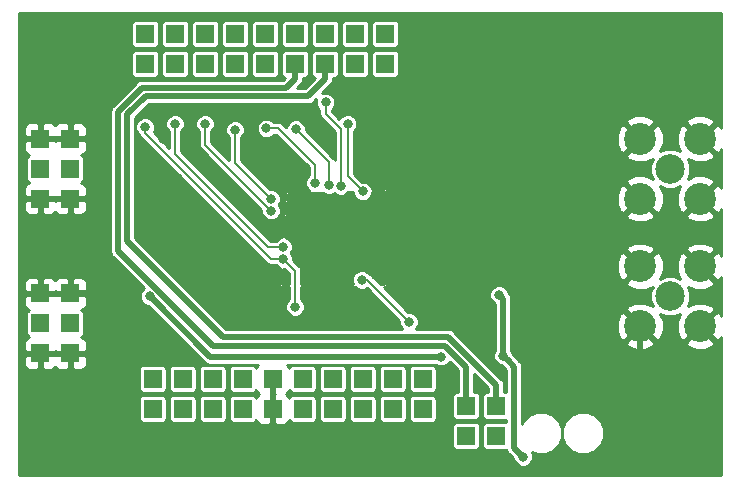
<source format=gbr>
%TF.GenerationSoftware,KiCad,Pcbnew,6.0.4-6f826c9f35~116~ubuntu20.04.1*%
%TF.CreationDate,2022-04-06T12:57:51+00:00*%
%TF.ProjectId,ISM01A,49534d30-3141-42e6-9b69-6361645f7063,REV*%
%TF.SameCoordinates,Original*%
%TF.FileFunction,Copper,L1,Top*%
%TF.FilePolarity,Positive*%
%FSLAX46Y46*%
G04 Gerber Fmt 4.6, Leading zero omitted, Abs format (unit mm)*
G04 Created by KiCad (PCBNEW 6.0.4-6f826c9f35~116~ubuntu20.04.1) date 2022-04-06 12:57:51*
%MOMM*%
%LPD*%
G01*
G04 APERTURE LIST*
G04 Aperture macros list*
%AMRoundRect*
0 Rectangle with rounded corners*
0 $1 Rounding radius*
0 $2 $3 $4 $5 $6 $7 $8 $9 X,Y pos of 4 corners*
0 Add a 4 corners polygon primitive as box body*
4,1,4,$2,$3,$4,$5,$6,$7,$8,$9,$2,$3,0*
0 Add four circle primitives for the rounded corners*
1,1,$1+$1,$2,$3*
1,1,$1+$1,$4,$5*
1,1,$1+$1,$6,$7*
1,1,$1+$1,$8,$9*
0 Add four rect primitives between the rounded corners*
20,1,$1+$1,$2,$3,$4,$5,0*
20,1,$1+$1,$4,$5,$6,$7,0*
20,1,$1+$1,$6,$7,$8,$9,0*
20,1,$1+$1,$8,$9,$2,$3,0*%
G04 Aperture macros list end*
%TA.AperFunction,ComponentPad*%
%ADD10R,1.524000X1.524000*%
%TD*%
%TA.AperFunction,ComponentPad*%
%ADD11C,6.000000*%
%TD*%
%TA.AperFunction,ComponentPad*%
%ADD12C,2.500000*%
%TD*%
%TA.AperFunction,ComponentPad*%
%ADD13C,2.700000*%
%TD*%
%TA.AperFunction,ComponentPad*%
%ADD14C,0.500000*%
%TD*%
%TA.AperFunction,SMDPad,CuDef*%
%ADD15RoundRect,0.249998X-1.800002X1.550002X-1.800002X-1.550002X1.800002X-1.550002X1.800002X1.550002X0*%
%TD*%
%TA.AperFunction,ViaPad*%
%ADD16C,0.800000*%
%TD*%
%TA.AperFunction,Conductor*%
%ADD17C,0.500000*%
%TD*%
%TA.AperFunction,Conductor*%
%ADD18C,0.200000*%
%TD*%
%TA.AperFunction,Conductor*%
%ADD19C,0.254000*%
%TD*%
G04 APERTURE END LIST*
D10*
%TO.P,J17,1*%
%TO.N,/TXRAMP*%
X34925000Y6350000D03*
%TO.P,J17,2*%
X34925000Y8890000D03*
%TD*%
%TO.P,J24,1*%
%TO.N,Net-(J24-Pad1)*%
X41148000Y4064000D03*
%TO.P,J24,2*%
%TO.N,/P1.4*%
X41148000Y6604000D03*
%TD*%
%TO.P,J25,1*%
%TO.N,Net-(J25-Pad1)*%
X38608000Y4064000D03*
%TO.P,J25,2*%
%TO.N,/P1.5*%
X38608000Y6604000D03*
%TD*%
%TO.P,J1,1*%
%TO.N,GND*%
X2540000Y29210000D03*
%TO.P,J1,2*%
X5080000Y29210000D03*
%TO.P,J1,3*%
%TO.N,VCC*%
X2540000Y26670000D03*
%TO.P,J1,4*%
X5080000Y26670000D03*
%TO.P,J1,5*%
%TO.N,GND*%
X2540000Y24130000D03*
%TO.P,J1,6*%
X5080000Y24130000D03*
%TD*%
%TO.P,J4,1*%
%TO.N,GND*%
X2540000Y16129000D03*
%TO.P,J4,2*%
X5080000Y16129000D03*
%TO.P,J4,3*%
%TO.N,+3V3*%
X2540000Y13589000D03*
%TO.P,J4,4*%
X5080000Y13589000D03*
%TO.P,J4,5*%
%TO.N,GND*%
X2540000Y11049000D03*
%TO.P,J4,6*%
X5080000Y11049000D03*
%TD*%
%TO.P,J10,1*%
%TO.N,/P0.6*%
X24765000Y6350000D03*
%TO.P,J10,2*%
X24765000Y8890000D03*
%TD*%
%TO.P,J11,1*%
%TO.N,/RX*%
X19685000Y8890000D03*
%TO.P,J11,2*%
X19685000Y6350000D03*
%TD*%
%TO.P,J12,1*%
%TO.N,/TX*%
X17145000Y6350000D03*
%TO.P,J12,2*%
X17145000Y8890000D03*
%TD*%
%TO.P,J13,1*%
%TO.N,/P0.3*%
X14605000Y8890000D03*
%TO.P,J13,2*%
X14605000Y6350000D03*
%TD*%
%TO.P,J14,1*%
%TO.N,/P0.2*%
X12065000Y8890000D03*
%TO.P,J14,2*%
X12065000Y6350000D03*
%TD*%
%TO.P,J19,1*%
%TO.N,/#IRQ*%
X27305000Y6350000D03*
%TO.P,J19,2*%
X27305000Y8890000D03*
%TD*%
%TO.P,J20,1*%
%TO.N,/GPIO0*%
X32385000Y6350000D03*
%TO.P,J20,2*%
X32385000Y8890000D03*
%TD*%
%TO.P,J21,1*%
%TO.N,/GPIO1*%
X29845000Y6350000D03*
%TO.P,J21,2*%
X29845000Y8890000D03*
%TD*%
D11*
%TO.P,M1,1*%
%TO.N,GND*%
X5080000Y35560000D03*
%TD*%
%TO.P,M2,1*%
%TO.N,GND*%
X55880000Y5080000D03*
%TD*%
%TO.P,M3,1*%
%TO.N,GND*%
X5080000Y5080000D03*
%TD*%
%TO.P,M4,1*%
%TO.N,GND*%
X55880000Y35560000D03*
%TD*%
D12*
%TO.P,J3,1*%
%TO.N,Net-(J3-Pad1)*%
X55880000Y26670000D03*
D13*
%TO.P,J3,2*%
%TO.N,GND*%
X53340000Y29210000D03*
X58420000Y24130000D03*
X58420000Y29210000D03*
X53340000Y24130000D03*
%TD*%
D10*
%TO.P,J26,1*%
%TO.N,GND*%
X22225000Y6350000D03*
%TO.P,J26,2*%
X22225000Y8890000D03*
%TD*%
%TO.P,J8,1*%
%TO.N,/P1.5*%
X24130000Y35560000D03*
%TO.P,J8,2*%
X24130000Y38100000D03*
%TD*%
%TO.P,J7,1*%
%TO.N,/P1.6*%
X21590000Y35560000D03*
%TO.P,J7,2*%
X21590000Y38100000D03*
%TD*%
%TO.P,J6,1*%
%TO.N,/P2.7C2D*%
X19050000Y35560000D03*
%TO.P,J6,2*%
X19050000Y38100000D03*
%TD*%
%TO.P,J9,1*%
%TO.N,/P1.4*%
X26670000Y35560000D03*
%TO.P,J9,2*%
X26670000Y38100000D03*
%TD*%
%TO.P,J18,1*%
%TO.N,/#RST_C2CK*%
X16510000Y35560000D03*
%TO.P,J18,2*%
X16510000Y38100000D03*
%TD*%
%TO.P,J22,1*%
%TO.N,/GPIO2*%
X29210000Y35560000D03*
%TO.P,J22,2*%
X29210000Y38100000D03*
%TD*%
%TO.P,J16,1*%
%TO.N,/P0.0*%
X13970000Y35560000D03*
%TO.P,J16,2*%
X13970000Y38100000D03*
%TD*%
%TO.P,J15,1*%
%TO.N,/P0.1*%
X11430000Y35560000D03*
%TO.P,J15,2*%
X11430000Y38100000D03*
%TD*%
%TO.P,J23,1*%
%TO.N,/GPIO3*%
X31750000Y35560000D03*
%TO.P,J23,2*%
X31750000Y38100000D03*
%TD*%
D12*
%TO.P,J2,1*%
%TO.N,Net-(J2-Pad1)*%
X55880000Y15875000D03*
D13*
%TO.P,J2,2*%
%TO.N,GND*%
X53340000Y18415000D03*
X58420000Y13335000D03*
X53340000Y13335000D03*
X58420000Y18415000D03*
%TD*%
D14*
%TO.P,U2,37*%
%TO.N,GND*%
X25505000Y20955000D03*
X29105000Y22505000D03*
X29105000Y19405000D03*
X27905000Y19405000D03*
X25505000Y22505000D03*
X26705000Y22505000D03*
X26705000Y19405000D03*
X25505000Y19405000D03*
X27905000Y20955000D03*
X29105000Y20955000D03*
X27905000Y22505000D03*
X26705000Y20955000D03*
D15*
X27305000Y20955000D03*
%TD*%
D16*
%TO.N,GND*%
X11938000Y4318000D03*
X9652000Y10414000D03*
X52070000Y32004000D03*
X50546000Y19812000D03*
X34798000Y2286000D03*
X40132000Y32512000D03*
X59182000Y10414000D03*
X36068000Y14224000D03*
X55118000Y10414000D03*
X36576000Y35306000D03*
X38608000Y32512000D03*
X45212000Y32512000D03*
X10414000Y4572000D03*
X20828000Y2032000D03*
X34290000Y31496000D03*
X15240000Y29972000D03*
X36576000Y37084000D03*
X17272000Y17018000D03*
X33274000Y21336000D03*
X49530000Y24892000D03*
X32004000Y19505000D03*
X41148000Y24892000D03*
X14237025Y25921025D03*
X9906000Y17272000D03*
X51308000Y8890000D03*
X51054000Y28448000D03*
X17780000Y22098000D03*
X9906000Y6604000D03*
X50546000Y16764000D03*
X47244000Y16510000D03*
X46482000Y24892000D03*
X50800000Y30480000D03*
X20574000Y28702000D03*
X52832000Y10414000D03*
X50546000Y12954000D03*
X41821100Y18961100D03*
X36830000Y4318000D03*
X39624000Y24892000D03*
X14224000Y24638000D03*
X19304000Y17018000D03*
X8128000Y31242000D03*
X13462000Y18796000D03*
X42926000Y24892000D03*
X57404000Y10414000D03*
X32004000Y18542000D03*
X49022000Y30988000D03*
X45720000Y16510000D03*
X33528000Y19050000D03*
X32243324Y22112676D03*
X33020000Y30226000D03*
X34290000Y32512000D03*
X22860000Y28702000D03*
X49022000Y28448000D03*
X46990000Y32512000D03*
X14986000Y17018000D03*
X25908000Y3556000D03*
X43434000Y32512000D03*
X2540000Y19304000D03*
X34544000Y38862000D03*
X36703000Y25019000D03*
X9652000Y12192000D03*
X49022000Y29464000D03*
X12954000Y29210000D03*
X38354000Y35306000D03*
X44196000Y16510000D03*
X49022000Y32512000D03*
X36830000Y6604000D03*
X2540000Y21336000D03*
X50546000Y18542000D03*
X50546000Y15240000D03*
X48006000Y24892000D03*
X31750000Y24384000D03*
X30480000Y30480000D03*
X35560000Y18542000D03*
X50800000Y10922000D03*
X41656000Y32512000D03*
X57404000Y21336000D03*
X18288000Y28194000D03*
X7874000Y12192000D03*
X59436000Y21336000D03*
X36576000Y38862000D03*
X9652000Y8636000D03*
X29718000Y14732000D03*
X15240000Y2286000D03*
X22098000Y3556000D03*
X23876000Y3556000D03*
X27686000Y3556000D03*
X38608000Y33782000D03*
X48768000Y16510000D03*
X14478000Y4318000D03*
X35560000Y19558000D03*
X29401779Y15603731D03*
X41910000Y20574000D03*
X11938000Y14478000D03*
X12446000Y21844000D03*
X44704000Y24892000D03*
X34544000Y33782000D03*
X20828000Y17018000D03*
X36830000Y8382000D03*
X50546000Y24892000D03*
X35164324Y25033676D03*
X38100000Y25019000D03*
X34798000Y4064000D03*
X22860000Y13716000D03*
X11176000Y28702000D03*
%TO.N,+3V3*%
X43434000Y2286000D03*
X36498171Y10766342D03*
X41402010Y16002000D03*
X41733946Y10844028D03*
X11799232Y15863232D03*
%TO.N,Net-(R2-Pad2)*%
X22098000Y24130000D03*
X19050000Y29972000D03*
%TO.N,Net-(R3-Pad2)*%
X25801419Y25476961D03*
X21691600Y30099000D03*
%TO.N,Net-(R4-Pad2)*%
X26990155Y25290704D03*
X24180800Y30022800D03*
%TO.N,Net-(R5-Pad2)*%
X26695400Y32292998D03*
X27988602Y25234960D03*
%TO.N,Net-(R12-Pad2)*%
X13970000Y30480000D03*
X23114000Y20066000D03*
%TO.N,Net-(R13-Pad2)*%
X29755000Y17272000D03*
X33782000Y13716000D03*
%TO.N,Net-(R18-Pad2)*%
X29845000Y24765000D03*
X28575000Y30480000D03*
%TO.N,/P0.1_1*%
X11430000Y30226000D03*
X24130000Y14986000D03*
X23114000Y19050000D03*
%TO.N,/#RST_1*%
X22098000Y23129997D03*
X16510000Y30480000D03*
%TD*%
D17*
%TO.N,GND*%
X49022000Y29464000D02*
X49022000Y28448000D01*
X52832000Y10414000D02*
X55118000Y10414000D01*
D18*
X32004000Y18542000D02*
X32004000Y19505000D01*
D17*
X41910000Y20574000D02*
X41910000Y19050000D01*
X45212000Y32512000D02*
X46990000Y32512000D01*
X41148000Y24892000D02*
X42926000Y24892000D01*
X38354000Y34036000D02*
X38608000Y33782000D01*
D18*
X20574000Y28702000D02*
X20574000Y29267685D01*
D17*
X19304000Y17018000D02*
X17272000Y17018000D01*
X48006000Y24892000D02*
X49530000Y24892000D01*
D18*
X12700000Y29464000D02*
X12954000Y29210000D01*
D17*
X36576000Y37084000D02*
X36576000Y35306000D01*
X49022000Y32512000D02*
X49022000Y30988000D01*
X29401779Y15048221D02*
X29718000Y14732000D01*
D18*
X35560000Y19558000D02*
X35560000Y18542000D01*
D17*
X50800000Y12700000D02*
X50546000Y12954000D01*
X22098000Y3302000D02*
X20828000Y2032000D01*
X11938000Y4318000D02*
X14478000Y4318000D01*
D18*
X20828000Y15748000D02*
X22860000Y13716000D01*
X20828000Y17018000D02*
X19304000Y17018000D01*
D17*
X57404000Y10414000D02*
X59182000Y10414000D01*
D18*
X19558000Y31750000D02*
X14203998Y31750000D01*
X17780000Y31242000D02*
X17780000Y28702000D01*
D17*
X22098000Y3556000D02*
X23876000Y3556000D01*
X53340000Y13335000D02*
X53340000Y10922000D01*
D18*
X20320000Y29521685D02*
X20320000Y29738002D01*
X27305000Y20955000D02*
X31085648Y20955000D01*
X20320000Y31242000D02*
X20066000Y31496000D01*
X18034000Y31496000D02*
X17780000Y31242000D01*
D17*
X50546000Y16764000D02*
X50546000Y15240000D01*
X5080000Y16129000D02*
X8763000Y16129000D01*
X51054000Y28448000D02*
X51054000Y30226000D01*
X38608000Y32512000D02*
X40132000Y32512000D01*
X36688324Y25033676D02*
X36703000Y25019000D01*
X34544000Y38862000D02*
X36576000Y38862000D01*
X25908000Y3556000D02*
X27686000Y3556000D01*
X29401779Y15603731D02*
X29401779Y15048221D01*
X50546000Y19812000D02*
X50546000Y18542000D01*
D18*
X20574000Y29267685D02*
X20320000Y29521685D01*
D17*
X14986000Y23876000D02*
X14224000Y24638000D01*
D18*
X14203998Y31750000D02*
X12700000Y31750000D01*
D17*
X38354000Y35306000D02*
X38354000Y34036000D01*
D18*
X20066000Y31496000D02*
X18034000Y31496000D01*
X20828000Y17018000D02*
X20828000Y15748000D01*
D17*
X41656000Y32512000D02*
X43434000Y32512000D01*
X47244000Y16510000D02*
X48768000Y16510000D01*
X57404000Y21336000D02*
X59436000Y21336000D01*
X38100000Y25019000D02*
X39497000Y25019000D01*
X41910000Y19050000D02*
X41821100Y18961100D01*
X50800000Y10922000D02*
X50800000Y12700000D01*
X35164324Y25033676D02*
X36688324Y25033676D01*
D18*
X20574000Y30734000D02*
X19558000Y31750000D01*
D17*
X34798000Y4064000D02*
X34798000Y2286000D01*
X8763000Y16129000D02*
X9906000Y17272000D01*
D18*
X7874000Y12192000D02*
X9652000Y12192000D01*
D17*
X22098000Y3556000D02*
X22098000Y3302000D01*
X44196000Y16510000D02*
X45720000Y16510000D01*
X17272000Y17018000D02*
X14986000Y17018000D01*
D18*
X20320000Y29738002D02*
X20320000Y31242000D01*
D17*
X51054000Y30226000D02*
X50800000Y30480000D01*
D18*
X2540000Y21336000D02*
X2540000Y19304000D01*
X17780000Y28702000D02*
X18288000Y28194000D01*
X20574000Y28702000D02*
X20574000Y30734000D01*
X31085648Y20955000D02*
X32243324Y22112676D01*
X12700000Y31750000D02*
X12700000Y29464000D01*
D17*
X14986000Y17018000D02*
X14986000Y23876000D01*
X22860000Y28702000D02*
X20574000Y28702000D01*
X9906000Y6604000D02*
X9906000Y5080000D01*
X53340000Y10922000D02*
X52832000Y10414000D01*
X39497000Y25019000D02*
X39624000Y24892000D01*
X52832000Y10414000D02*
X51308000Y8890000D01*
X9906000Y5080000D02*
X10414000Y4572000D01*
X44704000Y24892000D02*
X46482000Y24892000D01*
D18*
X36830000Y4318000D02*
X36830000Y6604000D01*
D17*
X9652000Y10414000D02*
X9652000Y8636000D01*
%TO.N,+3V3*%
X42672000Y9905974D02*
X42133945Y10444029D01*
X41733946Y10844028D02*
X41733946Y15670064D01*
X16896122Y10766342D02*
X11799232Y15863232D01*
X36498171Y10766342D02*
X16896122Y10766342D01*
X43434000Y2286000D02*
X42672000Y3048000D01*
X42133945Y10444029D02*
X41733946Y10844028D01*
X42672000Y3048000D02*
X42672000Y9905974D01*
X41733946Y15670064D02*
X41402010Y16002000D01*
%TO.N,/P1.5*%
X24130000Y34298000D02*
X24130000Y35560000D01*
X38608000Y9914515D02*
X36838515Y11684000D01*
X36838515Y11684000D02*
X17180560Y11684000D01*
X11176000Y33528000D02*
X23360000Y33528000D01*
X9144000Y31496000D02*
X11176000Y33528000D01*
X9144000Y19720560D02*
X9144000Y20805140D01*
X38608000Y6604000D02*
X38608000Y9914515D01*
X23360000Y33528000D02*
X24130000Y34298000D01*
X9144000Y20320000D02*
X9144000Y20805140D01*
X17180560Y11684000D02*
X9144000Y19720560D01*
X9144000Y20805140D02*
X9144000Y31496000D01*
%TO.N,/P1.4*%
X41148000Y8364477D02*
X37066477Y12446000D01*
X9906000Y20547962D02*
X9906000Y31268038D01*
X11465952Y32827990D02*
X25199990Y32827990D01*
X41148000Y6604000D02*
X41148000Y8364477D01*
X25199990Y32827990D02*
X26670000Y34298000D01*
X37066477Y12446000D02*
X18007962Y12446000D01*
X26670000Y34298000D02*
X26670000Y35560000D01*
X18007962Y12446000D02*
X9906000Y20547962D01*
X9906000Y31268038D02*
X11465952Y32827990D01*
D18*
%TO.N,Net-(R2-Pad2)*%
X22098000Y24130000D02*
X19050000Y27178000D01*
X19050000Y27178000D02*
X19050000Y29972000D01*
%TO.N,Net-(R3-Pad2)*%
X22707600Y30099000D02*
X21691600Y30099000D01*
X25801419Y27005181D02*
X22707600Y30099000D01*
X25801419Y25476961D02*
X25801419Y27005181D01*
%TO.N,Net-(R4-Pad2)*%
X26990155Y27213445D02*
X24180800Y30022800D01*
X26990155Y25290704D02*
X26990155Y27213445D01*
%TO.N,Net-(R5-Pad2)*%
X26695400Y31323598D02*
X26695400Y32292998D01*
X27988602Y25234960D02*
X27988602Y30030396D01*
X27988602Y30030396D02*
X26695400Y31323598D01*
%TO.N,Net-(R12-Pad2)*%
X21856700Y20066000D02*
X13970000Y27952700D01*
X23114000Y20066000D02*
X21856700Y20066000D01*
X13970000Y27952700D02*
X13970000Y30480000D01*
%TO.N,Net-(R13-Pad2)*%
X30226000Y17272000D02*
X29755000Y17272000D01*
X33782000Y13716000D02*
X30226000Y17272000D01*
%TO.N,Net-(R18-Pad2)*%
X28575000Y30480000D02*
X28575000Y26035000D01*
X28575000Y26035000D02*
X29845000Y24765000D01*
%TO.N,/P0.1_1*%
X11430000Y29718000D02*
X11430000Y30226000D01*
X24130000Y18034000D02*
X24130000Y14986000D01*
X22098000Y19050000D02*
X11430000Y29718000D01*
X23114000Y19050000D02*
X22098000Y19050000D01*
X23114000Y19050000D02*
X24130000Y18034000D01*
%TO.N,/#RST_1*%
X22098000Y23129997D02*
X16510000Y28717997D01*
X16510000Y28717997D02*
X16510000Y30480000D01*
%TD*%
%TO.N,GND*%
D19*
X23603000Y17815709D02*
X23603000Y16891000D01*
X22995458Y16891000D01*
X23081393Y18223000D01*
X23195710Y18223000D01*
X23603000Y17815709D01*
X23603000Y17815709D02*
X23195710Y18223000D01*
%TA.AperFunction,Conductor*%
G36*
X23603000Y17815709D02*
G01*
X23603000Y16891000D01*
X22995458Y16891000D01*
X23081393Y18223000D01*
X23195710Y18223000D01*
X23603000Y17815709D01*
G37*
%TD.AperFunction*%
X31623000Y16891000D02*
X31352290Y16891000D01*
X30635345Y17607945D01*
X30605945Y17651945D01*
X30431625Y17768423D01*
X30427265Y17769290D01*
X30223458Y17973097D01*
X29919501Y18099000D01*
X29590499Y18099000D01*
X29286542Y17973097D01*
X29053903Y17740458D01*
X28928000Y17436501D01*
X28928000Y17107499D01*
X29017677Y16891000D01*
X24657000Y16891000D01*
X24657000Y17982102D01*
X24667323Y18034000D01*
X24657000Y18085898D01*
X24657000Y18085903D01*
X24626423Y18239625D01*
X24602226Y18275838D01*
X24539346Y18369945D01*
X24539343Y18369948D01*
X24509945Y18413945D01*
X24465948Y18443343D01*
X23941000Y18968290D01*
X23941000Y19214501D01*
X23815097Y19518458D01*
X23775555Y19558000D01*
X23815097Y19597542D01*
X23941000Y19901499D01*
X23941000Y20230501D01*
X23815097Y20534458D01*
X23582458Y20767097D01*
X23278501Y20893000D01*
X23253651Y20893000D01*
X23487300Y24514557D01*
X26505293Y24606011D01*
X26521697Y24589607D01*
X26825654Y24463704D01*
X27154656Y24463704D01*
X27458613Y24589607D01*
X27461507Y24592501D01*
X27520144Y24533863D01*
X27824101Y24407960D01*
X28153103Y24407960D01*
X28457060Y24533863D01*
X28592455Y24669258D01*
X29018000Y24682154D01*
X29018000Y24600499D01*
X29143903Y24296542D01*
X29376542Y24063903D01*
X29680499Y23938000D01*
X30009501Y23938000D01*
X30313458Y24063903D01*
X30546097Y24296542D01*
X30672000Y24600499D01*
X30672000Y24732275D01*
X31623000Y24761093D01*
X31623000Y16891000D01*
X31623000Y16891000D02*
X31623000Y24761093D01*
%TA.AperFunction,Conductor*%
G36*
X31623000Y16891000D02*
G01*
X31352290Y16891000D01*
X30635345Y17607945D01*
X30605945Y17651945D01*
X30431625Y17768423D01*
X30427265Y17769290D01*
X30223458Y17973097D01*
X29919501Y18099000D01*
X29590499Y18099000D01*
X29286542Y17973097D01*
X29053903Y17740458D01*
X28928000Y17436501D01*
X28928000Y17107499D01*
X29017677Y16891000D01*
X24657000Y16891000D01*
X24657000Y17982102D01*
X24667323Y18034000D01*
X24657000Y18085898D01*
X24657000Y18085903D01*
X24626423Y18239625D01*
X24602226Y18275838D01*
X24539346Y18369945D01*
X24539343Y18369948D01*
X24509945Y18413945D01*
X24465948Y18443343D01*
X23941000Y18968290D01*
X23941000Y19214501D01*
X23815097Y19518458D01*
X23775555Y19558000D01*
X23815097Y19597542D01*
X23941000Y19901499D01*
X23941000Y20230501D01*
X23815097Y20534458D01*
X23582458Y20767097D01*
X23278501Y20893000D01*
X23253651Y20893000D01*
X23487300Y24514557D01*
X26505293Y24606011D01*
X26521697Y24589607D01*
X26825654Y24463704D01*
X27154656Y24463704D01*
X27458613Y24589607D01*
X27461507Y24592501D01*
X27520144Y24533863D01*
X27824101Y24407960D01*
X28153103Y24407960D01*
X28457060Y24533863D01*
X28592455Y24669258D01*
X29018000Y24682154D01*
X29018000Y24600499D01*
X29143903Y24296542D01*
X29376542Y24063903D01*
X29680499Y23938000D01*
X30009501Y23938000D01*
X30313458Y24063903D01*
X30546097Y24296542D01*
X30672000Y24600499D01*
X30672000Y24732275D01*
X31623000Y24761093D01*
X31623000Y16891000D01*
G37*
%TD.AperFunction*%
%TD*%
%TO.N,GND*%
X60204001Y30112928D02*
X60128782Y30294522D01*
X59825593Y30435988D01*
X58599605Y29210000D01*
X59825593Y27984012D01*
X60128782Y28125478D01*
X60204001Y28319884D01*
X60204001Y25032928D01*
X60128782Y25214522D01*
X59825593Y25355988D01*
X58599605Y24130000D01*
X59825593Y22904012D01*
X60128782Y23045478D01*
X60204001Y23239883D01*
X60204000Y19317930D01*
X60128782Y19499522D01*
X59825593Y19640988D01*
X58599605Y18415000D01*
X59825593Y17189012D01*
X60128782Y17330478D01*
X60204000Y17524883D01*
X60204000Y14237929D01*
X60128782Y14419522D01*
X59825593Y14560988D01*
X58599605Y13335000D01*
X59825593Y12109012D01*
X60128782Y12250478D01*
X60204000Y12444883D01*
X60204000Y756000D01*
X756000Y756000D01*
X756000Y4826000D01*
X37410635Y4826000D01*
X37410635Y3302000D01*
X37443775Y3135393D01*
X37538150Y2994150D01*
X37679393Y2899775D01*
X37846000Y2866635D01*
X39370000Y2866635D01*
X39536607Y2899775D01*
X39677850Y2994150D01*
X39772225Y3135393D01*
X39805365Y3302000D01*
X39805365Y4826000D01*
X39772225Y4992607D01*
X39677850Y5133850D01*
X39536607Y5228225D01*
X39370000Y5261365D01*
X37846000Y5261365D01*
X37679393Y5228225D01*
X37538150Y5133850D01*
X37443775Y4992607D01*
X37410635Y4826000D01*
X756000Y4826000D01*
X756000Y7112000D01*
X10867635Y7112000D01*
X10867635Y5588000D01*
X10900775Y5421393D01*
X10995150Y5280150D01*
X11136393Y5185775D01*
X11303000Y5152635D01*
X12827000Y5152635D01*
X12993607Y5185775D01*
X13134850Y5280150D01*
X13229225Y5421393D01*
X13262365Y5588000D01*
X13262365Y7112000D01*
X13407635Y7112000D01*
X13407635Y5588000D01*
X13440775Y5421393D01*
X13535150Y5280150D01*
X13676393Y5185775D01*
X13843000Y5152635D01*
X15367000Y5152635D01*
X15533607Y5185775D01*
X15674850Y5280150D01*
X15769225Y5421393D01*
X15802365Y5588000D01*
X15802365Y7112000D01*
X15947635Y7112000D01*
X15947635Y5588000D01*
X15980775Y5421393D01*
X16075150Y5280150D01*
X16216393Y5185775D01*
X16383000Y5152635D01*
X17907000Y5152635D01*
X18073607Y5185775D01*
X18214850Y5280150D01*
X18309225Y5421393D01*
X18342365Y5588000D01*
X18342365Y7112000D01*
X18309225Y7278607D01*
X18214850Y7419850D01*
X18073607Y7514225D01*
X17907000Y7547365D01*
X16383000Y7547365D01*
X16216393Y7514225D01*
X16075150Y7419850D01*
X15980775Y7278607D01*
X15947635Y7112000D01*
X15802365Y7112000D01*
X15769225Y7278607D01*
X15674850Y7419850D01*
X15533607Y7514225D01*
X15367000Y7547365D01*
X13843000Y7547365D01*
X13676393Y7514225D01*
X13535150Y7419850D01*
X13440775Y7278607D01*
X13407635Y7112000D01*
X13262365Y7112000D01*
X13229225Y7278607D01*
X13134850Y7419850D01*
X12993607Y7514225D01*
X12827000Y7547365D01*
X11303000Y7547365D01*
X11136393Y7514225D01*
X10995150Y7419850D01*
X10900775Y7278607D01*
X10867635Y7112000D01*
X756000Y7112000D01*
X756000Y10763250D01*
X1143000Y10763250D01*
X1143000Y10160690D01*
X1239673Y9927301D01*
X1418302Y9748673D01*
X1651691Y9652000D01*
X2254250Y9652000D01*
X2413000Y9810750D01*
X2413000Y10922000D01*
X2667000Y10922000D01*
X2667000Y9810750D01*
X2825750Y9652000D01*
X3428309Y9652000D01*
X3661698Y9748673D01*
X3810000Y9896974D01*
X3958302Y9748673D01*
X4191691Y9652000D01*
X4794250Y9652000D01*
X4953000Y9810750D01*
X4953000Y10922000D01*
X5207000Y10922000D01*
X5207000Y9810750D01*
X5365750Y9652000D01*
X5968309Y9652000D01*
X10867635Y9652000D01*
X10867635Y8128000D01*
X10900775Y7961393D01*
X10995150Y7820150D01*
X11136393Y7725775D01*
X11303000Y7692635D01*
X12827000Y7692635D01*
X12993607Y7725775D01*
X13134850Y7820150D01*
X13229225Y7961393D01*
X13262365Y8128000D01*
X13262365Y9652000D01*
X13407635Y9652000D01*
X13407635Y8128000D01*
X13440775Y7961393D01*
X13535150Y7820150D01*
X13676393Y7725775D01*
X13843000Y7692635D01*
X15367000Y7692635D01*
X15533607Y7725775D01*
X15674850Y7820150D01*
X15769225Y7961393D01*
X15802365Y8128000D01*
X15802365Y9652000D01*
X15769225Y9818607D01*
X15674850Y9959850D01*
X15533607Y10054225D01*
X15367000Y10087365D01*
X13843000Y10087365D01*
X13676393Y10054225D01*
X13535150Y9959850D01*
X13440775Y9818607D01*
X13407635Y9652000D01*
X13262365Y9652000D01*
X13229225Y9818607D01*
X13134850Y9959850D01*
X12993607Y10054225D01*
X12827000Y10087365D01*
X11303000Y10087365D01*
X11136393Y10054225D01*
X10995150Y9959850D01*
X10900775Y9818607D01*
X10867635Y9652000D01*
X5968309Y9652000D01*
X6201698Y9748673D01*
X6380327Y9927301D01*
X6477000Y10160690D01*
X6477000Y10763250D01*
X6318250Y10922000D01*
X5207000Y10922000D01*
X4953000Y10922000D01*
X3841750Y10922000D01*
X3810000Y10890250D01*
X3778250Y10922000D01*
X2667000Y10922000D01*
X2413000Y10922000D01*
X1301750Y10922000D01*
X1143000Y10763250D01*
X756000Y10763250D01*
X756000Y15843250D01*
X1143000Y15843250D01*
X1143000Y15240690D01*
X1239673Y15007301D01*
X1418302Y14828673D01*
X1607205Y14750427D01*
X1470150Y14658850D01*
X1375775Y14517607D01*
X1342635Y14351000D01*
X1342635Y12827000D01*
X1375775Y12660393D01*
X1470150Y12519150D01*
X1607205Y12427573D01*
X1418302Y12349327D01*
X1239673Y12170699D01*
X1143000Y11937310D01*
X1143000Y11334750D01*
X1301750Y11176000D01*
X2413000Y11176000D01*
X2413000Y11196000D01*
X2667000Y11196000D01*
X2667000Y11176000D01*
X3778250Y11176000D01*
X3810000Y11207750D01*
X3841750Y11176000D01*
X4953000Y11176000D01*
X4953000Y11196000D01*
X5207000Y11196000D01*
X5207000Y11176000D01*
X6318250Y11176000D01*
X6477000Y11334750D01*
X6477000Y11937310D01*
X6380327Y12170699D01*
X6201698Y12349327D01*
X6012795Y12427573D01*
X6149850Y12519150D01*
X6244225Y12660393D01*
X6277365Y12827000D01*
X6277365Y14351000D01*
X6244225Y14517607D01*
X6149850Y14658850D01*
X6012795Y14750427D01*
X6201698Y14828673D01*
X6380327Y15007301D01*
X6477000Y15240690D01*
X6477000Y15843250D01*
X6318250Y16002000D01*
X5207000Y16002000D01*
X5207000Y15982000D01*
X4953000Y15982000D01*
X4953000Y16002000D01*
X3841750Y16002000D01*
X3810000Y15970250D01*
X3778250Y16002000D01*
X2667000Y16002000D01*
X2667000Y15982000D01*
X2413000Y15982000D01*
X2413000Y16002000D01*
X1301750Y16002000D01*
X1143000Y15843250D01*
X756000Y15843250D01*
X756000Y17017310D01*
X1143000Y17017310D01*
X1143000Y16414750D01*
X1301750Y16256000D01*
X2413000Y16256000D01*
X2413000Y17367250D01*
X2667000Y17367250D01*
X2667000Y16256000D01*
X3778250Y16256000D01*
X3810000Y16287750D01*
X3841750Y16256000D01*
X4953000Y16256000D01*
X4953000Y17367250D01*
X5207000Y17367250D01*
X5207000Y16256000D01*
X6318250Y16256000D01*
X6477000Y16414750D01*
X6477000Y17017310D01*
X6380327Y17250699D01*
X6201698Y17429327D01*
X5968309Y17526000D01*
X5365750Y17526000D01*
X5207000Y17367250D01*
X4953000Y17367250D01*
X4794250Y17526000D01*
X4191691Y17526000D01*
X3958302Y17429327D01*
X3810000Y17281026D01*
X3661698Y17429327D01*
X3428309Y17526000D01*
X2825750Y17526000D01*
X2667000Y17367250D01*
X2413000Y17367250D01*
X2254250Y17526000D01*
X1651691Y17526000D01*
X1418302Y17429327D01*
X1239673Y17250699D01*
X1143000Y17017310D01*
X756000Y17017310D01*
X756000Y23844250D01*
X1143000Y23844250D01*
X1143000Y23241690D01*
X1239673Y23008301D01*
X1418302Y22829673D01*
X1651691Y22733000D01*
X2254250Y22733000D01*
X2413000Y22891750D01*
X2413000Y24003000D01*
X2667000Y24003000D01*
X2667000Y22891750D01*
X2825750Y22733000D01*
X3428309Y22733000D01*
X3661698Y22829673D01*
X3810000Y22977974D01*
X3958302Y22829673D01*
X4191691Y22733000D01*
X4794250Y22733000D01*
X4953000Y22891750D01*
X4953000Y24003000D01*
X5207000Y24003000D01*
X5207000Y22891750D01*
X5365750Y22733000D01*
X5968309Y22733000D01*
X6201698Y22829673D01*
X6380327Y23008301D01*
X6477000Y23241690D01*
X6477000Y23844250D01*
X6318250Y24003000D01*
X5207000Y24003000D01*
X4953000Y24003000D01*
X3841750Y24003000D01*
X3810000Y23971250D01*
X3778250Y24003000D01*
X2667000Y24003000D01*
X2413000Y24003000D01*
X1301750Y24003000D01*
X1143000Y23844250D01*
X756000Y23844250D01*
X756000Y28924250D01*
X1143000Y28924250D01*
X1143000Y28321690D01*
X1239673Y28088301D01*
X1418302Y27909673D01*
X1607205Y27831427D01*
X1470150Y27739850D01*
X1375775Y27598607D01*
X1342635Y27432000D01*
X1342635Y25908000D01*
X1375775Y25741393D01*
X1470150Y25600150D01*
X1607205Y25508573D01*
X1418302Y25430327D01*
X1239673Y25251699D01*
X1143000Y25018310D01*
X1143000Y24415750D01*
X1301750Y24257000D01*
X2413000Y24257000D01*
X2413000Y24277000D01*
X2667000Y24277000D01*
X2667000Y24257000D01*
X3778250Y24257000D01*
X3810000Y24288750D01*
X3841750Y24257000D01*
X4953000Y24257000D01*
X4953000Y24277000D01*
X5207000Y24277000D01*
X5207000Y24257000D01*
X6318250Y24257000D01*
X6477000Y24415750D01*
X6477000Y25018310D01*
X6380327Y25251699D01*
X6201698Y25430327D01*
X6012795Y25508573D01*
X6149850Y25600150D01*
X6244225Y25741393D01*
X6277365Y25908000D01*
X6277365Y27432000D01*
X6244225Y27598607D01*
X6149850Y27739850D01*
X6012795Y27831427D01*
X6201698Y27909673D01*
X6380327Y28088301D01*
X6477000Y28321690D01*
X6477000Y28924250D01*
X6318250Y29083000D01*
X5207000Y29083000D01*
X5207000Y29063000D01*
X4953000Y29063000D01*
X4953000Y29083000D01*
X3841750Y29083000D01*
X3810000Y29051250D01*
X3778250Y29083000D01*
X2667000Y29083000D01*
X2667000Y29063000D01*
X2413000Y29063000D01*
X2413000Y29083000D01*
X1301750Y29083000D01*
X1143000Y28924250D01*
X756000Y28924250D01*
X756000Y30098310D01*
X1143000Y30098310D01*
X1143000Y29495750D01*
X1301750Y29337000D01*
X2413000Y29337000D01*
X2413000Y30448250D01*
X2667000Y30448250D01*
X2667000Y29337000D01*
X3778250Y29337000D01*
X3810000Y29368750D01*
X3841750Y29337000D01*
X4953000Y29337000D01*
X4953000Y30448250D01*
X5207000Y30448250D01*
X5207000Y29337000D01*
X6318250Y29337000D01*
X6477000Y29495750D01*
X6477000Y30098310D01*
X6380327Y30331699D01*
X6201698Y30510327D01*
X5968309Y30607000D01*
X5365750Y30607000D01*
X5207000Y30448250D01*
X4953000Y30448250D01*
X4794250Y30607000D01*
X4191691Y30607000D01*
X3958302Y30510327D01*
X3810000Y30362026D01*
X3661698Y30510327D01*
X3428309Y30607000D01*
X2825750Y30607000D01*
X2667000Y30448250D01*
X2413000Y30448250D01*
X2254250Y30607000D01*
X1651691Y30607000D01*
X1418302Y30510327D01*
X1239673Y30331699D01*
X1143000Y30098310D01*
X756000Y30098310D01*
X756000Y31496000D01*
X8453737Y31496000D01*
X8467001Y31429319D01*
X8467000Y20871818D01*
X8467000Y19787237D01*
X8453737Y19720560D01*
X8467000Y19653884D01*
X8467000Y19653883D01*
X8506280Y19456409D01*
X8655910Y19232471D01*
X8712441Y19194698D01*
X11339285Y16567854D01*
X11330774Y16564329D01*
X11098135Y16331690D01*
X10972232Y16027733D01*
X10972232Y15698731D01*
X11098135Y15394774D01*
X11330774Y15162135D01*
X11634731Y15036232D01*
X11668811Y15036232D01*
X16370260Y10334782D01*
X16408032Y10278252D01*
X16631970Y10128622D01*
X16829444Y10089342D01*
X16829445Y10089342D01*
X16839384Y10087365D01*
X16383000Y10087365D01*
X16216393Y10054225D01*
X16075150Y9959850D01*
X15980775Y9818607D01*
X15947635Y9652000D01*
X15947635Y8128000D01*
X15980775Y7961393D01*
X16075150Y7820150D01*
X16216393Y7725775D01*
X16383000Y7692635D01*
X17907000Y7692635D01*
X18073607Y7725775D01*
X18214850Y7820150D01*
X18309225Y7961393D01*
X18342365Y8128000D01*
X18342365Y9652000D01*
X18309225Y9818607D01*
X18214850Y9959850D01*
X18073607Y10054225D01*
X17907000Y10087365D01*
X16952860Y10087365D01*
X16962798Y10089342D01*
X21002317Y10089342D01*
X20924673Y10011698D01*
X20846427Y9822795D01*
X20754850Y9959850D01*
X20613607Y10054225D01*
X20447000Y10087365D01*
X18923000Y10087365D01*
X18756393Y10054225D01*
X18615150Y9959850D01*
X18520775Y9818607D01*
X18487635Y9652000D01*
X18487635Y8128000D01*
X18520775Y7961393D01*
X18615150Y7820150D01*
X18756393Y7725775D01*
X18923000Y7692635D01*
X20447000Y7692635D01*
X20613607Y7725775D01*
X20754850Y7820150D01*
X20846427Y7957205D01*
X20924673Y7768302D01*
X21072974Y7620000D01*
X20924673Y7471698D01*
X20846427Y7282795D01*
X20754850Y7419850D01*
X20613607Y7514225D01*
X20447000Y7547365D01*
X18923000Y7547365D01*
X18756393Y7514225D01*
X18615150Y7419850D01*
X18520775Y7278607D01*
X18487635Y7112000D01*
X18487635Y5588000D01*
X18520775Y5421393D01*
X18615150Y5280150D01*
X18756393Y5185775D01*
X18923000Y5152635D01*
X20447000Y5152635D01*
X20613607Y5185775D01*
X20754850Y5280150D01*
X20846427Y5417205D01*
X20924673Y5228302D01*
X21103301Y5049673D01*
X21336690Y4953000D01*
X21939250Y4953000D01*
X22098000Y5111750D01*
X22098000Y6223000D01*
X22078000Y6223000D01*
X22078000Y6477000D01*
X22098000Y6477000D01*
X22098000Y7588250D01*
X22066250Y7620000D01*
X22098000Y7651750D01*
X22098000Y8763000D01*
X22078000Y8763000D01*
X22078000Y9017000D01*
X22098000Y9017000D01*
X22098000Y9037000D01*
X22352000Y9037000D01*
X22352000Y9017000D01*
X22372000Y9017000D01*
X22372000Y8763000D01*
X22352000Y8763000D01*
X22352000Y7651750D01*
X22383750Y7620000D01*
X22352000Y7588250D01*
X22352000Y6477000D01*
X22372000Y6477000D01*
X22372000Y6223000D01*
X22352000Y6223000D01*
X22352000Y5111750D01*
X22510750Y4953000D01*
X23113310Y4953000D01*
X23346699Y5049673D01*
X23525327Y5228302D01*
X23603573Y5417205D01*
X23695150Y5280150D01*
X23836393Y5185775D01*
X24003000Y5152635D01*
X25527000Y5152635D01*
X25693607Y5185775D01*
X25834850Y5280150D01*
X25929225Y5421393D01*
X25962365Y5588000D01*
X25962365Y7112000D01*
X26107635Y7112000D01*
X26107635Y5588000D01*
X26140775Y5421393D01*
X26235150Y5280150D01*
X26376393Y5185775D01*
X26543000Y5152635D01*
X28067000Y5152635D01*
X28233607Y5185775D01*
X28374850Y5280150D01*
X28469225Y5421393D01*
X28502365Y5588000D01*
X28502365Y7112000D01*
X28647635Y7112000D01*
X28647635Y5588000D01*
X28680775Y5421393D01*
X28775150Y5280150D01*
X28916393Y5185775D01*
X29083000Y5152635D01*
X30607000Y5152635D01*
X30773607Y5185775D01*
X30914850Y5280150D01*
X31009225Y5421393D01*
X31042365Y5588000D01*
X31042365Y7112000D01*
X31187635Y7112000D01*
X31187635Y5588000D01*
X31220775Y5421393D01*
X31315150Y5280150D01*
X31456393Y5185775D01*
X31623000Y5152635D01*
X33147000Y5152635D01*
X33313607Y5185775D01*
X33454850Y5280150D01*
X33549225Y5421393D01*
X33582365Y5588000D01*
X33582365Y7112000D01*
X33727635Y7112000D01*
X33727635Y5588000D01*
X33760775Y5421393D01*
X33855150Y5280150D01*
X33996393Y5185775D01*
X34163000Y5152635D01*
X35687000Y5152635D01*
X35853607Y5185775D01*
X35994850Y5280150D01*
X36089225Y5421393D01*
X36122365Y5588000D01*
X36122365Y7112000D01*
X36089225Y7278607D01*
X35994850Y7419850D01*
X35853607Y7514225D01*
X35687000Y7547365D01*
X34163000Y7547365D01*
X33996393Y7514225D01*
X33855150Y7419850D01*
X33760775Y7278607D01*
X33727635Y7112000D01*
X33582365Y7112000D01*
X33549225Y7278607D01*
X33454850Y7419850D01*
X33313607Y7514225D01*
X33147000Y7547365D01*
X31623000Y7547365D01*
X31456393Y7514225D01*
X31315150Y7419850D01*
X31220775Y7278607D01*
X31187635Y7112000D01*
X31042365Y7112000D01*
X31009225Y7278607D01*
X30914850Y7419850D01*
X30773607Y7514225D01*
X30607000Y7547365D01*
X29083000Y7547365D01*
X28916393Y7514225D01*
X28775150Y7419850D01*
X28680775Y7278607D01*
X28647635Y7112000D01*
X28502365Y7112000D01*
X28469225Y7278607D01*
X28374850Y7419850D01*
X28233607Y7514225D01*
X28067000Y7547365D01*
X26543000Y7547365D01*
X26376393Y7514225D01*
X26235150Y7419850D01*
X26140775Y7278607D01*
X26107635Y7112000D01*
X25962365Y7112000D01*
X25929225Y7278607D01*
X25834850Y7419850D01*
X25693607Y7514225D01*
X25527000Y7547365D01*
X24003000Y7547365D01*
X23836393Y7514225D01*
X23695150Y7419850D01*
X23603573Y7282795D01*
X23525327Y7471698D01*
X23377026Y7620000D01*
X23525327Y7768302D01*
X23603573Y7957205D01*
X23695150Y7820150D01*
X23836393Y7725775D01*
X24003000Y7692635D01*
X25527000Y7692635D01*
X25693607Y7725775D01*
X25834850Y7820150D01*
X25929225Y7961393D01*
X25962365Y8128000D01*
X25962365Y9652000D01*
X26107635Y9652000D01*
X26107635Y8128000D01*
X26140775Y7961393D01*
X26235150Y7820150D01*
X26376393Y7725775D01*
X26543000Y7692635D01*
X28067000Y7692635D01*
X28233607Y7725775D01*
X28374850Y7820150D01*
X28469225Y7961393D01*
X28502365Y8128000D01*
X28502365Y9652000D01*
X28647635Y9652000D01*
X28647635Y8128000D01*
X28680775Y7961393D01*
X28775150Y7820150D01*
X28916393Y7725775D01*
X29083000Y7692635D01*
X30607000Y7692635D01*
X30773607Y7725775D01*
X30914850Y7820150D01*
X31009225Y7961393D01*
X31042365Y8128000D01*
X31042365Y9652000D01*
X31187635Y9652000D01*
X31187635Y8128000D01*
X31220775Y7961393D01*
X31315150Y7820150D01*
X31456393Y7725775D01*
X31623000Y7692635D01*
X33147000Y7692635D01*
X33313607Y7725775D01*
X33454850Y7820150D01*
X33549225Y7961393D01*
X33582365Y8128000D01*
X33582365Y9652000D01*
X33727635Y9652000D01*
X33727635Y8128000D01*
X33760775Y7961393D01*
X33855150Y7820150D01*
X33996393Y7725775D01*
X34163000Y7692635D01*
X35687000Y7692635D01*
X35853607Y7725775D01*
X35994850Y7820150D01*
X36089225Y7961393D01*
X36122365Y8128000D01*
X36122365Y9652000D01*
X36089225Y9818607D01*
X35994850Y9959850D01*
X35853607Y10054225D01*
X35687000Y10087365D01*
X34163000Y10087365D01*
X33996393Y10054225D01*
X33855150Y9959850D01*
X33760775Y9818607D01*
X33727635Y9652000D01*
X33582365Y9652000D01*
X33549225Y9818607D01*
X33454850Y9959850D01*
X33313607Y10054225D01*
X33147000Y10087365D01*
X31623000Y10087365D01*
X31456393Y10054225D01*
X31315150Y9959850D01*
X31220775Y9818607D01*
X31187635Y9652000D01*
X31042365Y9652000D01*
X31009225Y9818607D01*
X30914850Y9959850D01*
X30773607Y10054225D01*
X30607000Y10087365D01*
X29083000Y10087365D01*
X28916393Y10054225D01*
X28775150Y9959850D01*
X28680775Y9818607D01*
X28647635Y9652000D01*
X28502365Y9652000D01*
X28469225Y9818607D01*
X28374850Y9959850D01*
X28233607Y10054225D01*
X28067000Y10087365D01*
X26543000Y10087365D01*
X26376393Y10054225D01*
X26235150Y9959850D01*
X26140775Y9818607D01*
X26107635Y9652000D01*
X25962365Y9652000D01*
X25929225Y9818607D01*
X25834850Y9959850D01*
X25693607Y10054225D01*
X25527000Y10087365D01*
X24003000Y10087365D01*
X23836393Y10054225D01*
X23695150Y9959850D01*
X23603573Y9822795D01*
X23525327Y10011698D01*
X23447683Y10089342D01*
X36005616Y10089342D01*
X36029713Y10065245D01*
X36333670Y9939342D01*
X36662672Y9939342D01*
X36966629Y10065245D01*
X37199268Y10297884D01*
X37219168Y10345926D01*
X37931001Y9634092D01*
X37931000Y7801365D01*
X37846000Y7801365D01*
X37679393Y7768225D01*
X37538150Y7673850D01*
X37443775Y7532607D01*
X37410635Y7366000D01*
X37410635Y5842000D01*
X37443775Y5675393D01*
X37538150Y5534150D01*
X37679393Y5439775D01*
X37846000Y5406635D01*
X39370000Y5406635D01*
X39536607Y5439775D01*
X39677850Y5534150D01*
X39772225Y5675393D01*
X39805365Y5842000D01*
X39805365Y7366000D01*
X39772225Y7532607D01*
X39677850Y7673850D01*
X39536607Y7768225D01*
X39370000Y7801365D01*
X39285000Y7801365D01*
X39285000Y9270055D01*
X40471001Y8084054D01*
X40471001Y7801365D01*
X40386000Y7801365D01*
X40219393Y7768225D01*
X40078150Y7673850D01*
X39983775Y7532607D01*
X39950635Y7366000D01*
X39950635Y5842000D01*
X39983775Y5675393D01*
X40078150Y5534150D01*
X40219393Y5439775D01*
X40386000Y5406635D01*
X41910000Y5406635D01*
X41995000Y5423543D01*
X41995000Y5244457D01*
X41910000Y5261365D01*
X40386000Y5261365D01*
X40219393Y5228225D01*
X40078150Y5133850D01*
X39983775Y4992607D01*
X39950635Y4826000D01*
X39950635Y3302000D01*
X39983775Y3135393D01*
X40078150Y2994150D01*
X40219393Y2899775D01*
X40386000Y2866635D01*
X41910000Y2866635D01*
X42013709Y2887264D01*
X42034280Y2783849D01*
X42183910Y2559911D01*
X42240440Y2522138D01*
X42607000Y2155578D01*
X42607000Y2121499D01*
X42732903Y1817542D01*
X42965542Y1584903D01*
X43269499Y1459000D01*
X43598501Y1459000D01*
X43902458Y1584903D01*
X44135097Y1817542D01*
X44261000Y2121499D01*
X44261000Y2450501D01*
X44144602Y2731510D01*
X44604533Y2541000D01*
X45311467Y2541000D01*
X45964589Y2811533D01*
X46464467Y3311411D01*
X46735000Y3964533D01*
X46735000Y4671467D01*
X46737000Y4671467D01*
X46737000Y3964533D01*
X47007533Y3311411D01*
X47507411Y2811533D01*
X48160533Y2541000D01*
X48867467Y2541000D01*
X49520589Y2811533D01*
X50020467Y3311411D01*
X50291000Y3964533D01*
X50291000Y4671467D01*
X50020467Y5324589D01*
X49520589Y5824467D01*
X48867467Y6095000D01*
X48160533Y6095000D01*
X47507411Y5824467D01*
X47007533Y5324589D01*
X46737000Y4671467D01*
X46735000Y4671467D01*
X46464467Y5324589D01*
X45964589Y5824467D01*
X45311467Y6095000D01*
X44604533Y6095000D01*
X43951411Y5824467D01*
X43451533Y5324589D01*
X43349000Y5077053D01*
X43349000Y9839296D01*
X43362263Y9905974D01*
X43309720Y10170127D01*
X43262709Y10240483D01*
X43160090Y10394064D01*
X43103560Y10431836D01*
X42565507Y10969888D01*
X42560946Y10974449D01*
X42560946Y11008529D01*
X42435043Y11312486D01*
X42410946Y11336583D01*
X42410946Y11929407D01*
X52114012Y11929407D01*
X52255478Y11626218D01*
X52991955Y11341263D01*
X53781418Y11359836D01*
X54424522Y11626218D01*
X54565988Y11929407D01*
X57194012Y11929407D01*
X57335478Y11626218D01*
X58071955Y11341263D01*
X58861418Y11359836D01*
X59504522Y11626218D01*
X59645988Y11929407D01*
X58420000Y13155395D01*
X57194012Y11929407D01*
X54565988Y11929407D01*
X53340000Y13155395D01*
X52114012Y11929407D01*
X42410946Y11929407D01*
X42410946Y13683045D01*
X51346263Y13683045D01*
X51364836Y12893582D01*
X51631218Y12250478D01*
X51934407Y12109012D01*
X53160395Y13335000D01*
X51934407Y14560988D01*
X51631218Y14419522D01*
X51346263Y13683045D01*
X42410946Y13683045D01*
X42410946Y15603388D01*
X42424209Y15670065D01*
X42389760Y15843250D01*
X42371666Y15934216D01*
X42229010Y16147717D01*
X42229010Y16166501D01*
X42103107Y16470458D01*
X41870468Y16703097D01*
X41566511Y16829000D01*
X41237509Y16829000D01*
X40933552Y16703097D01*
X40700913Y16470458D01*
X40575010Y16166501D01*
X40575010Y15837499D01*
X40700913Y15533542D01*
X40933552Y15300903D01*
X41056947Y15249791D01*
X41056946Y11336583D01*
X41032849Y11312486D01*
X40906946Y11008529D01*
X40906946Y10679527D01*
X41032849Y10375570D01*
X41265488Y10142931D01*
X41569445Y10017028D01*
X41603525Y10017028D01*
X41608086Y10012467D01*
X41995001Y9625551D01*
X41995001Y7784457D01*
X41910000Y7801365D01*
X41825000Y7801365D01*
X41825000Y8297801D01*
X41838263Y8364478D01*
X41790569Y8604250D01*
X41785720Y8628629D01*
X41636090Y8852567D01*
X41579560Y8890339D01*
X37592341Y12877557D01*
X37554567Y12934090D01*
X37330629Y13083720D01*
X37133155Y13123000D01*
X37133153Y13123000D01*
X37066477Y13136263D01*
X36999801Y13123000D01*
X34358555Y13123000D01*
X34483097Y13247542D01*
X34609000Y13551499D01*
X34609000Y13880501D01*
X34483097Y14184458D01*
X34250458Y14417097D01*
X33946501Y14543000D01*
X33700290Y14543000D01*
X31606290Y16637000D01*
X31750000Y16637000D01*
X31798601Y16646667D01*
X31839803Y16674197D01*
X31867333Y16715399D01*
X31877000Y16764000D01*
X31877000Y17009407D01*
X52114012Y17009407D01*
X52255478Y16706218D01*
X52991955Y16421263D01*
X53781418Y16439836D01*
X54405942Y16698522D01*
X54203000Y16208576D01*
X54203000Y15541424D01*
X54406192Y15050874D01*
X53688045Y15328737D01*
X52898582Y15310164D01*
X52255478Y15043782D01*
X52114012Y14740593D01*
X53340000Y13514605D01*
X53354143Y13528748D01*
X53533748Y13349143D01*
X53519605Y13335000D01*
X54745593Y12109012D01*
X55048782Y12250478D01*
X55333737Y12986955D01*
X55315164Y13776418D01*
X55056478Y14400942D01*
X55546424Y14198000D01*
X56213576Y14198000D01*
X56704126Y14401192D01*
X56426263Y13683045D01*
X56444836Y12893582D01*
X56711218Y12250478D01*
X57014407Y12109012D01*
X58240395Y13335000D01*
X58226253Y13349143D01*
X58405858Y13528748D01*
X58420000Y13514605D01*
X59645988Y14740593D01*
X59504522Y15043782D01*
X58768045Y15328737D01*
X57978582Y15310164D01*
X57354058Y15051478D01*
X57557000Y15541424D01*
X57557000Y16208576D01*
X57353808Y16699126D01*
X58071955Y16421263D01*
X58861418Y16439836D01*
X59504522Y16706218D01*
X59645988Y17009407D01*
X58420000Y18235395D01*
X58405858Y18221253D01*
X58226253Y18400858D01*
X58240395Y18415000D01*
X57014407Y19640988D01*
X56711218Y19499522D01*
X56426263Y18763045D01*
X56444836Y17973582D01*
X56703522Y17349058D01*
X56213576Y17552000D01*
X55546424Y17552000D01*
X55055874Y17348808D01*
X55333737Y18066955D01*
X55315164Y18856418D01*
X55048782Y19499522D01*
X54745593Y19640988D01*
X53519605Y18415000D01*
X53533748Y18400858D01*
X53354143Y18221253D01*
X53340000Y18235395D01*
X52114012Y17009407D01*
X31877000Y17009407D01*
X31877000Y18763045D01*
X51346263Y18763045D01*
X51364836Y17973582D01*
X51631218Y17330478D01*
X51934407Y17189012D01*
X53160395Y18415000D01*
X51934407Y19640988D01*
X51631218Y19499522D01*
X51346263Y18763045D01*
X31877000Y18763045D01*
X31877000Y19820593D01*
X52114012Y19820593D01*
X53340000Y18594605D01*
X54565988Y19820593D01*
X57194012Y19820593D01*
X58420000Y18594605D01*
X59645988Y19820593D01*
X59504522Y20123782D01*
X58768045Y20408737D01*
X57978582Y20390164D01*
X57335478Y20123782D01*
X57194012Y19820593D01*
X54565988Y19820593D01*
X54424522Y20123782D01*
X53688045Y20408737D01*
X52898582Y20390164D01*
X52255478Y20123782D01*
X52114012Y19820593D01*
X31877000Y19820593D01*
X31877000Y22724407D01*
X52114012Y22724407D01*
X52255478Y22421218D01*
X52991955Y22136263D01*
X53781418Y22154836D01*
X54424522Y22421218D01*
X54565988Y22724407D01*
X57194012Y22724407D01*
X57335478Y22421218D01*
X58071955Y22136263D01*
X58861418Y22154836D01*
X59504522Y22421218D01*
X59645988Y22724407D01*
X58420000Y23950395D01*
X57194012Y22724407D01*
X54565988Y22724407D01*
X53340000Y23950395D01*
X52114012Y22724407D01*
X31877000Y22724407D01*
X31877000Y24478045D01*
X51346263Y24478045D01*
X51364836Y23688582D01*
X51631218Y23045478D01*
X51934407Y22904012D01*
X53160395Y24130000D01*
X51934407Y25355988D01*
X51631218Y25214522D01*
X51346263Y24478045D01*
X31877000Y24478045D01*
X31877000Y24892000D01*
X31865807Y24944132D01*
X31837041Y24984481D01*
X31795025Y25010751D01*
X31746153Y25018942D01*
X30648727Y24985687D01*
X30546097Y25233458D01*
X30313458Y25466097D01*
X30009501Y25592000D01*
X29763291Y25592000D01*
X29102000Y26253290D01*
X29102000Y27804407D01*
X52114012Y27804407D01*
X52255478Y27501218D01*
X52991955Y27216263D01*
X53781418Y27234836D01*
X54405942Y27493522D01*
X54203000Y27003576D01*
X54203000Y26336424D01*
X54406192Y25845874D01*
X53688045Y26123737D01*
X52898582Y26105164D01*
X52255478Y25838782D01*
X52114012Y25535593D01*
X53340000Y24309605D01*
X53354143Y24323748D01*
X53533748Y24144143D01*
X53519605Y24130000D01*
X54745593Y22904012D01*
X55048782Y23045478D01*
X55333737Y23781955D01*
X55315164Y24571418D01*
X55056478Y25195942D01*
X55546424Y24993000D01*
X56213576Y24993000D01*
X56704126Y25196192D01*
X56426263Y24478045D01*
X56444836Y23688582D01*
X56711218Y23045478D01*
X57014407Y22904012D01*
X58240395Y24130000D01*
X58226253Y24144143D01*
X58405858Y24323748D01*
X58420000Y24309605D01*
X59645988Y25535593D01*
X59504522Y25838782D01*
X58768045Y26123737D01*
X57978582Y26105164D01*
X57354058Y25846478D01*
X57557000Y26336424D01*
X57557000Y27003576D01*
X57353808Y27494126D01*
X58071955Y27216263D01*
X58861418Y27234836D01*
X59504522Y27501218D01*
X59645988Y27804407D01*
X58420000Y29030395D01*
X58405858Y29016253D01*
X58226253Y29195858D01*
X58240395Y29210000D01*
X57014407Y30435988D01*
X56711218Y30294522D01*
X56426263Y29558045D01*
X56444836Y28768582D01*
X56703522Y28144058D01*
X56213576Y28347000D01*
X55546424Y28347000D01*
X55055874Y28143808D01*
X55333737Y28861955D01*
X55315164Y29651418D01*
X55048782Y30294522D01*
X54745593Y30435988D01*
X53519605Y29210000D01*
X53533748Y29195858D01*
X53354143Y29016253D01*
X53340000Y29030395D01*
X52114012Y27804407D01*
X29102000Y27804407D01*
X29102000Y29558045D01*
X51346263Y29558045D01*
X51364836Y28768582D01*
X51631218Y28125478D01*
X51934407Y27984012D01*
X53160395Y29210000D01*
X51934407Y30435988D01*
X51631218Y30294522D01*
X51346263Y29558045D01*
X29102000Y29558045D01*
X29102000Y29837445D01*
X29276097Y30011542D01*
X29402000Y30315499D01*
X29402000Y30615593D01*
X52114012Y30615593D01*
X53340000Y29389605D01*
X54565988Y30615593D01*
X57194012Y30615593D01*
X58420000Y29389605D01*
X59645988Y30615593D01*
X59504522Y30918782D01*
X58768045Y31203737D01*
X57978582Y31185164D01*
X57335478Y30918782D01*
X57194012Y30615593D01*
X54565988Y30615593D01*
X54424522Y30918782D01*
X53688045Y31203737D01*
X52898582Y31185164D01*
X52255478Y30918782D01*
X52114012Y30615593D01*
X29402000Y30615593D01*
X29402000Y30644501D01*
X29276097Y30948458D01*
X29043458Y31181097D01*
X28739501Y31307000D01*
X28410499Y31307000D01*
X28106542Y31181097D01*
X27873903Y30948458D01*
X27856894Y30907395D01*
X27222400Y31541888D01*
X27222400Y31650443D01*
X27396497Y31824540D01*
X27522400Y32128497D01*
X27522400Y32457499D01*
X27396497Y32761456D01*
X27163858Y32994095D01*
X26859901Y33119998D01*
X26530899Y33119998D01*
X26391805Y33062383D01*
X27101562Y33772140D01*
X27158089Y33809910D01*
X27307720Y34033848D01*
X27347000Y34231322D01*
X27347000Y34231323D01*
X27360263Y34297999D01*
X27347406Y34362635D01*
X27432000Y34362635D01*
X27598607Y34395775D01*
X27739850Y34490150D01*
X27834225Y34631393D01*
X27867365Y34798000D01*
X27867365Y36322000D01*
X28012635Y36322000D01*
X28012635Y34798000D01*
X28045775Y34631393D01*
X28140150Y34490150D01*
X28281393Y34395775D01*
X28448000Y34362635D01*
X29972000Y34362635D01*
X30138607Y34395775D01*
X30279850Y34490150D01*
X30374225Y34631393D01*
X30407365Y34798000D01*
X30407365Y36322000D01*
X30552635Y36322000D01*
X30552635Y34798000D01*
X30585775Y34631393D01*
X30680150Y34490150D01*
X30821393Y34395775D01*
X30988000Y34362635D01*
X32512000Y34362635D01*
X32678607Y34395775D01*
X32819850Y34490150D01*
X32914225Y34631393D01*
X32947365Y34798000D01*
X32947365Y36322000D01*
X32914225Y36488607D01*
X32819850Y36629850D01*
X32678607Y36724225D01*
X32512000Y36757365D01*
X30988000Y36757365D01*
X30821393Y36724225D01*
X30680150Y36629850D01*
X30585775Y36488607D01*
X30552635Y36322000D01*
X30407365Y36322000D01*
X30374225Y36488607D01*
X30279850Y36629850D01*
X30138607Y36724225D01*
X29972000Y36757365D01*
X28448000Y36757365D01*
X28281393Y36724225D01*
X28140150Y36629850D01*
X28045775Y36488607D01*
X28012635Y36322000D01*
X27867365Y36322000D01*
X27834225Y36488607D01*
X27739850Y36629850D01*
X27598607Y36724225D01*
X27432000Y36757365D01*
X25908000Y36757365D01*
X25741393Y36724225D01*
X25600150Y36629850D01*
X25505775Y36488607D01*
X25472635Y36322000D01*
X25472635Y34798000D01*
X25505775Y34631393D01*
X25600150Y34490150D01*
X25741393Y34395775D01*
X25798912Y34384334D01*
X24919569Y33504990D01*
X24294412Y33504990D01*
X24561564Y33772142D01*
X24618089Y33809910D01*
X24655860Y33866437D01*
X24767719Y34033847D01*
X24767720Y34033848D01*
X24807000Y34231322D01*
X24807000Y34231323D01*
X24820263Y34297999D01*
X24807406Y34362635D01*
X24892000Y34362635D01*
X25058607Y34395775D01*
X25199850Y34490150D01*
X25294225Y34631393D01*
X25327365Y34798000D01*
X25327365Y36322000D01*
X25294225Y36488607D01*
X25199850Y36629850D01*
X25058607Y36724225D01*
X24892000Y36757365D01*
X23368000Y36757365D01*
X23201393Y36724225D01*
X23060150Y36629850D01*
X22965775Y36488607D01*
X22932635Y36322000D01*
X22932635Y34798000D01*
X22965775Y34631393D01*
X23060150Y34490150D01*
X23201393Y34395775D01*
X23258912Y34384334D01*
X23079578Y34205000D01*
X11242676Y34205000D01*
X11176000Y34218263D01*
X11109323Y34205000D01*
X11109322Y34205000D01*
X10911848Y34165720D01*
X10687910Y34016090D01*
X10650138Y33959560D01*
X8712441Y32021862D01*
X8655911Y31984090D01*
X8506281Y31760152D01*
X8453737Y31496000D01*
X756000Y31496000D01*
X756000Y36322000D01*
X10232635Y36322000D01*
X10232635Y34798000D01*
X10265775Y34631393D01*
X10360150Y34490150D01*
X10501393Y34395775D01*
X10668000Y34362635D01*
X12192000Y34362635D01*
X12358607Y34395775D01*
X12499850Y34490150D01*
X12594225Y34631393D01*
X12627365Y34798000D01*
X12627365Y36322000D01*
X12772635Y36322000D01*
X12772635Y34798000D01*
X12805775Y34631393D01*
X12900150Y34490150D01*
X13041393Y34395775D01*
X13208000Y34362635D01*
X14732000Y34362635D01*
X14898607Y34395775D01*
X15039850Y34490150D01*
X15134225Y34631393D01*
X15167365Y34798000D01*
X15167365Y36322000D01*
X15312635Y36322000D01*
X15312635Y34798000D01*
X15345775Y34631393D01*
X15440150Y34490150D01*
X15581393Y34395775D01*
X15748000Y34362635D01*
X17272000Y34362635D01*
X17438607Y34395775D01*
X17579850Y34490150D01*
X17674225Y34631393D01*
X17707365Y34798000D01*
X17707365Y36322000D01*
X17852635Y36322000D01*
X17852635Y34798000D01*
X17885775Y34631393D01*
X17980150Y34490150D01*
X18121393Y34395775D01*
X18288000Y34362635D01*
X19812000Y34362635D01*
X19978607Y34395775D01*
X20119850Y34490150D01*
X20214225Y34631393D01*
X20247365Y34798000D01*
X20247365Y36322000D01*
X20392635Y36322000D01*
X20392635Y34798000D01*
X20425775Y34631393D01*
X20520150Y34490150D01*
X20661393Y34395775D01*
X20828000Y34362635D01*
X22352000Y34362635D01*
X22518607Y34395775D01*
X22659850Y34490150D01*
X22754225Y34631393D01*
X22787365Y34798000D01*
X22787365Y36322000D01*
X22754225Y36488607D01*
X22659850Y36629850D01*
X22518607Y36724225D01*
X22352000Y36757365D01*
X20828000Y36757365D01*
X20661393Y36724225D01*
X20520150Y36629850D01*
X20425775Y36488607D01*
X20392635Y36322000D01*
X20247365Y36322000D01*
X20214225Y36488607D01*
X20119850Y36629850D01*
X19978607Y36724225D01*
X19812000Y36757365D01*
X18288000Y36757365D01*
X18121393Y36724225D01*
X17980150Y36629850D01*
X17885775Y36488607D01*
X17852635Y36322000D01*
X17707365Y36322000D01*
X17674225Y36488607D01*
X17579850Y36629850D01*
X17438607Y36724225D01*
X17272000Y36757365D01*
X15748000Y36757365D01*
X15581393Y36724225D01*
X15440150Y36629850D01*
X15345775Y36488607D01*
X15312635Y36322000D01*
X15167365Y36322000D01*
X15134225Y36488607D01*
X15039850Y36629850D01*
X14898607Y36724225D01*
X14732000Y36757365D01*
X13208000Y36757365D01*
X13041393Y36724225D01*
X12900150Y36629850D01*
X12805775Y36488607D01*
X12772635Y36322000D01*
X12627365Y36322000D01*
X12594225Y36488607D01*
X12499850Y36629850D01*
X12358607Y36724225D01*
X12192000Y36757365D01*
X10668000Y36757365D01*
X10501393Y36724225D01*
X10360150Y36629850D01*
X10265775Y36488607D01*
X10232635Y36322000D01*
X756000Y36322000D01*
X756000Y38862000D01*
X10232635Y38862000D01*
X10232635Y37338000D01*
X10265775Y37171393D01*
X10360150Y37030150D01*
X10501393Y36935775D01*
X10668000Y36902635D01*
X12192000Y36902635D01*
X12358607Y36935775D01*
X12499850Y37030150D01*
X12594225Y37171393D01*
X12627365Y37338000D01*
X12627365Y38862000D01*
X12772635Y38862000D01*
X12772635Y37338000D01*
X12805775Y37171393D01*
X12900150Y37030150D01*
X13041393Y36935775D01*
X13208000Y36902635D01*
X14732000Y36902635D01*
X14898607Y36935775D01*
X15039850Y37030150D01*
X15134225Y37171393D01*
X15167365Y37338000D01*
X15167365Y38862000D01*
X15312635Y38862000D01*
X15312635Y37338000D01*
X15345775Y37171393D01*
X15440150Y37030150D01*
X15581393Y36935775D01*
X15748000Y36902635D01*
X17272000Y36902635D01*
X17438607Y36935775D01*
X17579850Y37030150D01*
X17674225Y37171393D01*
X17707365Y37338000D01*
X17707365Y38862000D01*
X17852635Y38862000D01*
X17852635Y37338000D01*
X17885775Y37171393D01*
X17980150Y37030150D01*
X18121393Y36935775D01*
X18288000Y36902635D01*
X19812000Y36902635D01*
X19978607Y36935775D01*
X20119850Y37030150D01*
X20214225Y37171393D01*
X20247365Y37338000D01*
X20247365Y38862000D01*
X20392635Y38862000D01*
X20392635Y37338000D01*
X20425775Y37171393D01*
X20520150Y37030150D01*
X20661393Y36935775D01*
X20828000Y36902635D01*
X22352000Y36902635D01*
X22518607Y36935775D01*
X22659850Y37030150D01*
X22754225Y37171393D01*
X22787365Y37338000D01*
X22787365Y38862000D01*
X22932635Y38862000D01*
X22932635Y37338000D01*
X22965775Y37171393D01*
X23060150Y37030150D01*
X23201393Y36935775D01*
X23368000Y36902635D01*
X24892000Y36902635D01*
X25058607Y36935775D01*
X25199850Y37030150D01*
X25294225Y37171393D01*
X25327365Y37338000D01*
X25327365Y38862000D01*
X25472635Y38862000D01*
X25472635Y37338000D01*
X25505775Y37171393D01*
X25600150Y37030150D01*
X25741393Y36935775D01*
X25908000Y36902635D01*
X27432000Y36902635D01*
X27598607Y36935775D01*
X27739850Y37030150D01*
X27834225Y37171393D01*
X27867365Y37338000D01*
X27867365Y38862000D01*
X28012635Y38862000D01*
X28012635Y37338000D01*
X28045775Y37171393D01*
X28140150Y37030150D01*
X28281393Y36935775D01*
X28448000Y36902635D01*
X29972000Y36902635D01*
X30138607Y36935775D01*
X30279850Y37030150D01*
X30374225Y37171393D01*
X30407365Y37338000D01*
X30407365Y38862000D01*
X30552635Y38862000D01*
X30552635Y37338000D01*
X30585775Y37171393D01*
X30680150Y37030150D01*
X30821393Y36935775D01*
X30988000Y36902635D01*
X32512000Y36902635D01*
X32678607Y36935775D01*
X32819850Y37030150D01*
X32914225Y37171393D01*
X32947365Y37338000D01*
X32947365Y38862000D01*
X32914225Y39028607D01*
X32819850Y39169850D01*
X32678607Y39264225D01*
X32512000Y39297365D01*
X30988000Y39297365D01*
X30821393Y39264225D01*
X30680150Y39169850D01*
X30585775Y39028607D01*
X30552635Y38862000D01*
X30407365Y38862000D01*
X30374225Y39028607D01*
X30279850Y39169850D01*
X30138607Y39264225D01*
X29972000Y39297365D01*
X28448000Y39297365D01*
X28281393Y39264225D01*
X28140150Y39169850D01*
X28045775Y39028607D01*
X28012635Y38862000D01*
X27867365Y38862000D01*
X27834225Y39028607D01*
X27739850Y39169850D01*
X27598607Y39264225D01*
X27432000Y39297365D01*
X25908000Y39297365D01*
X25741393Y39264225D01*
X25600150Y39169850D01*
X25505775Y39028607D01*
X25472635Y38862000D01*
X25327365Y38862000D01*
X25294225Y39028607D01*
X25199850Y39169850D01*
X25058607Y39264225D01*
X24892000Y39297365D01*
X23368000Y39297365D01*
X23201393Y39264225D01*
X23060150Y39169850D01*
X22965775Y39028607D01*
X22932635Y38862000D01*
X22787365Y38862000D01*
X22754225Y39028607D01*
X22659850Y39169850D01*
X22518607Y39264225D01*
X22352000Y39297365D01*
X20828000Y39297365D01*
X20661393Y39264225D01*
X20520150Y39169850D01*
X20425775Y39028607D01*
X20392635Y38862000D01*
X20247365Y38862000D01*
X20214225Y39028607D01*
X20119850Y39169850D01*
X19978607Y39264225D01*
X19812000Y39297365D01*
X18288000Y39297365D01*
X18121393Y39264225D01*
X17980150Y39169850D01*
X17885775Y39028607D01*
X17852635Y38862000D01*
X17707365Y38862000D01*
X17674225Y39028607D01*
X17579850Y39169850D01*
X17438607Y39264225D01*
X17272000Y39297365D01*
X15748000Y39297365D01*
X15581393Y39264225D01*
X15440150Y39169850D01*
X15345775Y39028607D01*
X15312635Y38862000D01*
X15167365Y38862000D01*
X15134225Y39028607D01*
X15039850Y39169850D01*
X14898607Y39264225D01*
X14732000Y39297365D01*
X13208000Y39297365D01*
X13041393Y39264225D01*
X12900150Y39169850D01*
X12805775Y39028607D01*
X12772635Y38862000D01*
X12627365Y38862000D01*
X12594225Y39028607D01*
X12499850Y39169850D01*
X12358607Y39264225D01*
X12192000Y39297365D01*
X10668000Y39297365D01*
X10501393Y39264225D01*
X10360150Y39169850D01*
X10265775Y39028607D01*
X10232635Y38862000D01*
X756000Y38862000D01*
X756000Y39884000D01*
X60204001Y39884000D01*
X60204001Y30112928D01*
X60204001Y30112928D02*
X60204001Y39884000D01*
%TA.AperFunction,Conductor*%
G36*
X60204001Y30112928D02*
G01*
X60128782Y30294522D01*
X59825593Y30435988D01*
X58599605Y29210000D01*
X59825593Y27984012D01*
X60128782Y28125478D01*
X60204001Y28319884D01*
X60204001Y25032928D01*
X60128782Y25214522D01*
X59825593Y25355988D01*
X58599605Y24130000D01*
X59825593Y22904012D01*
X60128782Y23045478D01*
X60204001Y23239883D01*
X60204000Y19317930D01*
X60128782Y19499522D01*
X59825593Y19640988D01*
X58599605Y18415000D01*
X59825593Y17189012D01*
X60128782Y17330478D01*
X60204000Y17524883D01*
X60204000Y14237929D01*
X60128782Y14419522D01*
X59825593Y14560988D01*
X58599605Y13335000D01*
X59825593Y12109012D01*
X60128782Y12250478D01*
X60204000Y12444883D01*
X60204000Y756000D01*
X756000Y756000D01*
X756000Y4826000D01*
X37410635Y4826000D01*
X37410635Y3302000D01*
X37443775Y3135393D01*
X37538150Y2994150D01*
X37679393Y2899775D01*
X37846000Y2866635D01*
X39370000Y2866635D01*
X39536607Y2899775D01*
X39677850Y2994150D01*
X39772225Y3135393D01*
X39805365Y3302000D01*
X39805365Y4826000D01*
X39772225Y4992607D01*
X39677850Y5133850D01*
X39536607Y5228225D01*
X39370000Y5261365D01*
X37846000Y5261365D01*
X37679393Y5228225D01*
X37538150Y5133850D01*
X37443775Y4992607D01*
X37410635Y4826000D01*
X756000Y4826000D01*
X756000Y7112000D01*
X10867635Y7112000D01*
X10867635Y5588000D01*
X10900775Y5421393D01*
X10995150Y5280150D01*
X11136393Y5185775D01*
X11303000Y5152635D01*
X12827000Y5152635D01*
X12993607Y5185775D01*
X13134850Y5280150D01*
X13229225Y5421393D01*
X13262365Y5588000D01*
X13262365Y7112000D01*
X13407635Y7112000D01*
X13407635Y5588000D01*
X13440775Y5421393D01*
X13535150Y5280150D01*
X13676393Y5185775D01*
X13843000Y5152635D01*
X15367000Y5152635D01*
X15533607Y5185775D01*
X15674850Y5280150D01*
X15769225Y5421393D01*
X15802365Y5588000D01*
X15802365Y7112000D01*
X15947635Y7112000D01*
X15947635Y5588000D01*
X15980775Y5421393D01*
X16075150Y5280150D01*
X16216393Y5185775D01*
X16383000Y5152635D01*
X17907000Y5152635D01*
X18073607Y5185775D01*
X18214850Y5280150D01*
X18309225Y5421393D01*
X18342365Y5588000D01*
X18342365Y7112000D01*
X18309225Y7278607D01*
X18214850Y7419850D01*
X18073607Y7514225D01*
X17907000Y7547365D01*
X16383000Y7547365D01*
X16216393Y7514225D01*
X16075150Y7419850D01*
X15980775Y7278607D01*
X15947635Y7112000D01*
X15802365Y7112000D01*
X15769225Y7278607D01*
X15674850Y7419850D01*
X15533607Y7514225D01*
X15367000Y7547365D01*
X13843000Y7547365D01*
X13676393Y7514225D01*
X13535150Y7419850D01*
X13440775Y7278607D01*
X13407635Y7112000D01*
X13262365Y7112000D01*
X13229225Y7278607D01*
X13134850Y7419850D01*
X12993607Y7514225D01*
X12827000Y7547365D01*
X11303000Y7547365D01*
X11136393Y7514225D01*
X10995150Y7419850D01*
X10900775Y7278607D01*
X10867635Y7112000D01*
X756000Y7112000D01*
X756000Y10763250D01*
X1143000Y10763250D01*
X1143000Y10160690D01*
X1239673Y9927301D01*
X1418302Y9748673D01*
X1651691Y9652000D01*
X2254250Y9652000D01*
X2413000Y9810750D01*
X2413000Y10922000D01*
X2667000Y10922000D01*
X2667000Y9810750D01*
X2825750Y9652000D01*
X3428309Y9652000D01*
X3661698Y9748673D01*
X3810000Y9896974D01*
X3958302Y9748673D01*
X4191691Y9652000D01*
X4794250Y9652000D01*
X4953000Y9810750D01*
X4953000Y10922000D01*
X5207000Y10922000D01*
X5207000Y9810750D01*
X5365750Y9652000D01*
X5968309Y9652000D01*
X10867635Y9652000D01*
X10867635Y8128000D01*
X10900775Y7961393D01*
X10995150Y7820150D01*
X11136393Y7725775D01*
X11303000Y7692635D01*
X12827000Y7692635D01*
X12993607Y7725775D01*
X13134850Y7820150D01*
X13229225Y7961393D01*
X13262365Y8128000D01*
X13262365Y9652000D01*
X13407635Y9652000D01*
X13407635Y8128000D01*
X13440775Y7961393D01*
X13535150Y7820150D01*
X13676393Y7725775D01*
X13843000Y7692635D01*
X15367000Y7692635D01*
X15533607Y7725775D01*
X15674850Y7820150D01*
X15769225Y7961393D01*
X15802365Y8128000D01*
X15802365Y9652000D01*
X15769225Y9818607D01*
X15674850Y9959850D01*
X15533607Y10054225D01*
X15367000Y10087365D01*
X13843000Y10087365D01*
X13676393Y10054225D01*
X13535150Y9959850D01*
X13440775Y9818607D01*
X13407635Y9652000D01*
X13262365Y9652000D01*
X13229225Y9818607D01*
X13134850Y9959850D01*
X12993607Y10054225D01*
X12827000Y10087365D01*
X11303000Y10087365D01*
X11136393Y10054225D01*
X10995150Y9959850D01*
X10900775Y9818607D01*
X10867635Y9652000D01*
X5968309Y9652000D01*
X6201698Y9748673D01*
X6380327Y9927301D01*
X6477000Y10160690D01*
X6477000Y10763250D01*
X6318250Y10922000D01*
X5207000Y10922000D01*
X4953000Y10922000D01*
X3841750Y10922000D01*
X3810000Y10890250D01*
X3778250Y10922000D01*
X2667000Y10922000D01*
X2413000Y10922000D01*
X1301750Y10922000D01*
X1143000Y10763250D01*
X756000Y10763250D01*
X756000Y15843250D01*
X1143000Y15843250D01*
X1143000Y15240690D01*
X1239673Y15007301D01*
X1418302Y14828673D01*
X1607205Y14750427D01*
X1470150Y14658850D01*
X1375775Y14517607D01*
X1342635Y14351000D01*
X1342635Y12827000D01*
X1375775Y12660393D01*
X1470150Y12519150D01*
X1607205Y12427573D01*
X1418302Y12349327D01*
X1239673Y12170699D01*
X1143000Y11937310D01*
X1143000Y11334750D01*
X1301750Y11176000D01*
X2413000Y11176000D01*
X2413000Y11196000D01*
X2667000Y11196000D01*
X2667000Y11176000D01*
X3778250Y11176000D01*
X3810000Y11207750D01*
X3841750Y11176000D01*
X4953000Y11176000D01*
X4953000Y11196000D01*
X5207000Y11196000D01*
X5207000Y11176000D01*
X6318250Y11176000D01*
X6477000Y11334750D01*
X6477000Y11937310D01*
X6380327Y12170699D01*
X6201698Y12349327D01*
X6012795Y12427573D01*
X6149850Y12519150D01*
X6244225Y12660393D01*
X6277365Y12827000D01*
X6277365Y14351000D01*
X6244225Y14517607D01*
X6149850Y14658850D01*
X6012795Y14750427D01*
X6201698Y14828673D01*
X6380327Y15007301D01*
X6477000Y15240690D01*
X6477000Y15843250D01*
X6318250Y16002000D01*
X5207000Y16002000D01*
X5207000Y15982000D01*
X4953000Y15982000D01*
X4953000Y16002000D01*
X3841750Y16002000D01*
X3810000Y15970250D01*
X3778250Y16002000D01*
X2667000Y16002000D01*
X2667000Y15982000D01*
X2413000Y15982000D01*
X2413000Y16002000D01*
X1301750Y16002000D01*
X1143000Y15843250D01*
X756000Y15843250D01*
X756000Y17017310D01*
X1143000Y17017310D01*
X1143000Y16414750D01*
X1301750Y16256000D01*
X2413000Y16256000D01*
X2413000Y17367250D01*
X2667000Y17367250D01*
X2667000Y16256000D01*
X3778250Y16256000D01*
X3810000Y16287750D01*
X3841750Y16256000D01*
X4953000Y16256000D01*
X4953000Y17367250D01*
X5207000Y17367250D01*
X5207000Y16256000D01*
X6318250Y16256000D01*
X6477000Y16414750D01*
X6477000Y17017310D01*
X6380327Y17250699D01*
X6201698Y17429327D01*
X5968309Y17526000D01*
X5365750Y17526000D01*
X5207000Y17367250D01*
X4953000Y17367250D01*
X4794250Y17526000D01*
X4191691Y17526000D01*
X3958302Y17429327D01*
X3810000Y17281026D01*
X3661698Y17429327D01*
X3428309Y17526000D01*
X2825750Y17526000D01*
X2667000Y17367250D01*
X2413000Y17367250D01*
X2254250Y17526000D01*
X1651691Y17526000D01*
X1418302Y17429327D01*
X1239673Y17250699D01*
X1143000Y17017310D01*
X756000Y17017310D01*
X756000Y23844250D01*
X1143000Y23844250D01*
X1143000Y23241690D01*
X1239673Y23008301D01*
X1418302Y22829673D01*
X1651691Y22733000D01*
X2254250Y22733000D01*
X2413000Y22891750D01*
X2413000Y24003000D01*
X2667000Y24003000D01*
X2667000Y22891750D01*
X2825750Y22733000D01*
X3428309Y22733000D01*
X3661698Y22829673D01*
X3810000Y22977974D01*
X3958302Y22829673D01*
X4191691Y22733000D01*
X4794250Y22733000D01*
X4953000Y22891750D01*
X4953000Y24003000D01*
X5207000Y24003000D01*
X5207000Y22891750D01*
X5365750Y22733000D01*
X5968309Y22733000D01*
X6201698Y22829673D01*
X6380327Y23008301D01*
X6477000Y23241690D01*
X6477000Y23844250D01*
X6318250Y24003000D01*
X5207000Y24003000D01*
X4953000Y24003000D01*
X3841750Y24003000D01*
X3810000Y23971250D01*
X3778250Y24003000D01*
X2667000Y24003000D01*
X2413000Y24003000D01*
X1301750Y24003000D01*
X1143000Y23844250D01*
X756000Y23844250D01*
X756000Y28924250D01*
X1143000Y28924250D01*
X1143000Y28321690D01*
X1239673Y28088301D01*
X1418302Y27909673D01*
X1607205Y27831427D01*
X1470150Y27739850D01*
X1375775Y27598607D01*
X1342635Y27432000D01*
X1342635Y25908000D01*
X1375775Y25741393D01*
X1470150Y25600150D01*
X1607205Y25508573D01*
X1418302Y25430327D01*
X1239673Y25251699D01*
X1143000Y25018310D01*
X1143000Y24415750D01*
X1301750Y24257000D01*
X2413000Y24257000D01*
X2413000Y24277000D01*
X2667000Y24277000D01*
X2667000Y24257000D01*
X3778250Y24257000D01*
X3810000Y24288750D01*
X3841750Y24257000D01*
X4953000Y24257000D01*
X4953000Y24277000D01*
X5207000Y24277000D01*
X5207000Y24257000D01*
X6318250Y24257000D01*
X6477000Y24415750D01*
X6477000Y25018310D01*
X6380327Y25251699D01*
X6201698Y25430327D01*
X6012795Y25508573D01*
X6149850Y25600150D01*
X6244225Y25741393D01*
X6277365Y25908000D01*
X6277365Y27432000D01*
X6244225Y27598607D01*
X6149850Y27739850D01*
X6012795Y27831427D01*
X6201698Y27909673D01*
X6380327Y28088301D01*
X6477000Y28321690D01*
X6477000Y28924250D01*
X6318250Y29083000D01*
X5207000Y29083000D01*
X5207000Y29063000D01*
X4953000Y29063000D01*
X4953000Y29083000D01*
X3841750Y29083000D01*
X3810000Y29051250D01*
X3778250Y29083000D01*
X2667000Y29083000D01*
X2667000Y29063000D01*
X2413000Y29063000D01*
X2413000Y29083000D01*
X1301750Y29083000D01*
X1143000Y28924250D01*
X756000Y28924250D01*
X756000Y30098310D01*
X1143000Y30098310D01*
X1143000Y29495750D01*
X1301750Y29337000D01*
X2413000Y29337000D01*
X2413000Y30448250D01*
X2667000Y30448250D01*
X2667000Y29337000D01*
X3778250Y29337000D01*
X3810000Y29368750D01*
X3841750Y29337000D01*
X4953000Y29337000D01*
X4953000Y30448250D01*
X5207000Y30448250D01*
X5207000Y29337000D01*
X6318250Y29337000D01*
X6477000Y29495750D01*
X6477000Y30098310D01*
X6380327Y30331699D01*
X6201698Y30510327D01*
X5968309Y30607000D01*
X5365750Y30607000D01*
X5207000Y30448250D01*
X4953000Y30448250D01*
X4794250Y30607000D01*
X4191691Y30607000D01*
X3958302Y30510327D01*
X3810000Y30362026D01*
X3661698Y30510327D01*
X3428309Y30607000D01*
X2825750Y30607000D01*
X2667000Y30448250D01*
X2413000Y30448250D01*
X2254250Y30607000D01*
X1651691Y30607000D01*
X1418302Y30510327D01*
X1239673Y30331699D01*
X1143000Y30098310D01*
X756000Y30098310D01*
X756000Y31496000D01*
X8453737Y31496000D01*
X8467001Y31429319D01*
X8467000Y20871818D01*
X8467000Y19787237D01*
X8453737Y19720560D01*
X8467000Y19653884D01*
X8467000Y19653883D01*
X8506280Y19456409D01*
X8655910Y19232471D01*
X8712441Y19194698D01*
X11339285Y16567854D01*
X11330774Y16564329D01*
X11098135Y16331690D01*
X10972232Y16027733D01*
X10972232Y15698731D01*
X11098135Y15394774D01*
X11330774Y15162135D01*
X11634731Y15036232D01*
X11668811Y15036232D01*
X16370260Y10334782D01*
X16408032Y10278252D01*
X16631970Y10128622D01*
X16829444Y10089342D01*
X16829445Y10089342D01*
X16839384Y10087365D01*
X16383000Y10087365D01*
X16216393Y10054225D01*
X16075150Y9959850D01*
X15980775Y9818607D01*
X15947635Y9652000D01*
X15947635Y8128000D01*
X15980775Y7961393D01*
X16075150Y7820150D01*
X16216393Y7725775D01*
X16383000Y7692635D01*
X17907000Y7692635D01*
X18073607Y7725775D01*
X18214850Y7820150D01*
X18309225Y7961393D01*
X18342365Y8128000D01*
X18342365Y9652000D01*
X18309225Y9818607D01*
X18214850Y9959850D01*
X18073607Y10054225D01*
X17907000Y10087365D01*
X16952860Y10087365D01*
X16962798Y10089342D01*
X21002317Y10089342D01*
X20924673Y10011698D01*
X20846427Y9822795D01*
X20754850Y9959850D01*
X20613607Y10054225D01*
X20447000Y10087365D01*
X18923000Y10087365D01*
X18756393Y10054225D01*
X18615150Y9959850D01*
X18520775Y9818607D01*
X18487635Y9652000D01*
X18487635Y8128000D01*
X18520775Y7961393D01*
X18615150Y7820150D01*
X18756393Y7725775D01*
X18923000Y7692635D01*
X20447000Y7692635D01*
X20613607Y7725775D01*
X20754850Y7820150D01*
X20846427Y7957205D01*
X20924673Y7768302D01*
X21072974Y7620000D01*
X20924673Y7471698D01*
X20846427Y7282795D01*
X20754850Y7419850D01*
X20613607Y7514225D01*
X20447000Y7547365D01*
X18923000Y7547365D01*
X18756393Y7514225D01*
X18615150Y7419850D01*
X18520775Y7278607D01*
X18487635Y7112000D01*
X18487635Y5588000D01*
X18520775Y5421393D01*
X18615150Y5280150D01*
X18756393Y5185775D01*
X18923000Y5152635D01*
X20447000Y5152635D01*
X20613607Y5185775D01*
X20754850Y5280150D01*
X20846427Y5417205D01*
X20924673Y5228302D01*
X21103301Y5049673D01*
X21336690Y4953000D01*
X21939250Y4953000D01*
X22098000Y5111750D01*
X22098000Y6223000D01*
X22078000Y6223000D01*
X22078000Y6477000D01*
X22098000Y6477000D01*
X22098000Y7588250D01*
X22066250Y7620000D01*
X22098000Y7651750D01*
X22098000Y8763000D01*
X22078000Y8763000D01*
X22078000Y9017000D01*
X22098000Y9017000D01*
X22098000Y9037000D01*
X22352000Y9037000D01*
X22352000Y9017000D01*
X22372000Y9017000D01*
X22372000Y8763000D01*
X22352000Y8763000D01*
X22352000Y7651750D01*
X22383750Y7620000D01*
X22352000Y7588250D01*
X22352000Y6477000D01*
X22372000Y6477000D01*
X22372000Y6223000D01*
X22352000Y6223000D01*
X22352000Y5111750D01*
X22510750Y4953000D01*
X23113310Y4953000D01*
X23346699Y5049673D01*
X23525327Y5228302D01*
X23603573Y5417205D01*
X23695150Y5280150D01*
X23836393Y5185775D01*
X24003000Y5152635D01*
X25527000Y5152635D01*
X25693607Y5185775D01*
X25834850Y5280150D01*
X25929225Y5421393D01*
X25962365Y5588000D01*
X25962365Y7112000D01*
X26107635Y7112000D01*
X26107635Y5588000D01*
X26140775Y5421393D01*
X26235150Y5280150D01*
X26376393Y5185775D01*
X26543000Y5152635D01*
X28067000Y5152635D01*
X28233607Y5185775D01*
X28374850Y5280150D01*
X28469225Y5421393D01*
X28502365Y5588000D01*
X28502365Y7112000D01*
X28647635Y7112000D01*
X28647635Y5588000D01*
X28680775Y5421393D01*
X28775150Y5280150D01*
X28916393Y5185775D01*
X29083000Y5152635D01*
X30607000Y5152635D01*
X30773607Y5185775D01*
X30914850Y5280150D01*
X31009225Y5421393D01*
X31042365Y5588000D01*
X31042365Y7112000D01*
X31187635Y7112000D01*
X31187635Y5588000D01*
X31220775Y5421393D01*
X31315150Y5280150D01*
X31456393Y5185775D01*
X31623000Y5152635D01*
X33147000Y5152635D01*
X33313607Y5185775D01*
X33454850Y5280150D01*
X33549225Y5421393D01*
X33582365Y5588000D01*
X33582365Y7112000D01*
X33727635Y7112000D01*
X33727635Y5588000D01*
X33760775Y5421393D01*
X33855150Y5280150D01*
X33996393Y5185775D01*
X34163000Y5152635D01*
X35687000Y5152635D01*
X35853607Y5185775D01*
X35994850Y5280150D01*
X36089225Y5421393D01*
X36122365Y5588000D01*
X36122365Y7112000D01*
X36089225Y7278607D01*
X35994850Y7419850D01*
X35853607Y7514225D01*
X35687000Y7547365D01*
X34163000Y7547365D01*
X33996393Y7514225D01*
X33855150Y7419850D01*
X33760775Y7278607D01*
X33727635Y7112000D01*
X33582365Y7112000D01*
X33549225Y7278607D01*
X33454850Y7419850D01*
X33313607Y7514225D01*
X33147000Y7547365D01*
X31623000Y7547365D01*
X31456393Y7514225D01*
X31315150Y7419850D01*
X31220775Y7278607D01*
X31187635Y7112000D01*
X31042365Y7112000D01*
X31009225Y7278607D01*
X30914850Y7419850D01*
X30773607Y7514225D01*
X30607000Y7547365D01*
X29083000Y7547365D01*
X28916393Y7514225D01*
X28775150Y7419850D01*
X28680775Y7278607D01*
X28647635Y7112000D01*
X28502365Y7112000D01*
X28469225Y7278607D01*
X28374850Y7419850D01*
X28233607Y7514225D01*
X28067000Y7547365D01*
X26543000Y7547365D01*
X26376393Y7514225D01*
X26235150Y7419850D01*
X26140775Y7278607D01*
X26107635Y7112000D01*
X25962365Y7112000D01*
X25929225Y7278607D01*
X25834850Y7419850D01*
X25693607Y7514225D01*
X25527000Y7547365D01*
X24003000Y7547365D01*
X23836393Y7514225D01*
X23695150Y7419850D01*
X23603573Y7282795D01*
X23525327Y7471698D01*
X23377026Y7620000D01*
X23525327Y7768302D01*
X23603573Y7957205D01*
X23695150Y7820150D01*
X23836393Y7725775D01*
X24003000Y7692635D01*
X25527000Y7692635D01*
X25693607Y7725775D01*
X25834850Y7820150D01*
X25929225Y7961393D01*
X25962365Y8128000D01*
X25962365Y9652000D01*
X26107635Y9652000D01*
X26107635Y8128000D01*
X26140775Y7961393D01*
X26235150Y7820150D01*
X26376393Y7725775D01*
X26543000Y7692635D01*
X28067000Y7692635D01*
X28233607Y7725775D01*
X28374850Y7820150D01*
X28469225Y7961393D01*
X28502365Y8128000D01*
X28502365Y9652000D01*
X28647635Y9652000D01*
X28647635Y8128000D01*
X28680775Y7961393D01*
X28775150Y7820150D01*
X28916393Y7725775D01*
X29083000Y7692635D01*
X30607000Y7692635D01*
X30773607Y7725775D01*
X30914850Y7820150D01*
X31009225Y7961393D01*
X31042365Y8128000D01*
X31042365Y9652000D01*
X31187635Y9652000D01*
X31187635Y8128000D01*
X31220775Y7961393D01*
X31315150Y7820150D01*
X31456393Y7725775D01*
X31623000Y7692635D01*
X33147000Y7692635D01*
X33313607Y7725775D01*
X33454850Y7820150D01*
X33549225Y7961393D01*
X33582365Y8128000D01*
X33582365Y9652000D01*
X33727635Y9652000D01*
X33727635Y8128000D01*
X33760775Y7961393D01*
X33855150Y7820150D01*
X33996393Y7725775D01*
X34163000Y7692635D01*
X35687000Y7692635D01*
X35853607Y7725775D01*
X35994850Y7820150D01*
X36089225Y7961393D01*
X36122365Y8128000D01*
X36122365Y9652000D01*
X36089225Y9818607D01*
X35994850Y9959850D01*
X35853607Y10054225D01*
X35687000Y10087365D01*
X34163000Y10087365D01*
X33996393Y10054225D01*
X33855150Y9959850D01*
X33760775Y9818607D01*
X33727635Y9652000D01*
X33582365Y9652000D01*
X33549225Y9818607D01*
X33454850Y9959850D01*
X33313607Y10054225D01*
X33147000Y10087365D01*
X31623000Y10087365D01*
X31456393Y10054225D01*
X31315150Y9959850D01*
X31220775Y9818607D01*
X31187635Y9652000D01*
X31042365Y9652000D01*
X31009225Y9818607D01*
X30914850Y9959850D01*
X30773607Y10054225D01*
X30607000Y10087365D01*
X29083000Y10087365D01*
X28916393Y10054225D01*
X28775150Y9959850D01*
X28680775Y9818607D01*
X28647635Y9652000D01*
X28502365Y9652000D01*
X28469225Y9818607D01*
X28374850Y9959850D01*
X28233607Y10054225D01*
X28067000Y10087365D01*
X26543000Y10087365D01*
X26376393Y10054225D01*
X26235150Y9959850D01*
X26140775Y9818607D01*
X26107635Y9652000D01*
X25962365Y9652000D01*
X25929225Y9818607D01*
X25834850Y9959850D01*
X25693607Y10054225D01*
X25527000Y10087365D01*
X24003000Y10087365D01*
X23836393Y10054225D01*
X23695150Y9959850D01*
X23603573Y9822795D01*
X23525327Y10011698D01*
X23447683Y10089342D01*
X36005616Y10089342D01*
X36029713Y10065245D01*
X36333670Y9939342D01*
X36662672Y9939342D01*
X36966629Y10065245D01*
X37199268Y10297884D01*
X37219168Y10345926D01*
X37931001Y9634092D01*
X37931000Y7801365D01*
X37846000Y7801365D01*
X37679393Y7768225D01*
X37538150Y7673850D01*
X37443775Y7532607D01*
X37410635Y7366000D01*
X37410635Y5842000D01*
X37443775Y5675393D01*
X37538150Y5534150D01*
X37679393Y5439775D01*
X37846000Y5406635D01*
X39370000Y5406635D01*
X39536607Y5439775D01*
X39677850Y5534150D01*
X39772225Y5675393D01*
X39805365Y5842000D01*
X39805365Y7366000D01*
X39772225Y7532607D01*
X39677850Y7673850D01*
X39536607Y7768225D01*
X39370000Y7801365D01*
X39285000Y7801365D01*
X39285000Y9270055D01*
X40471001Y8084054D01*
X40471001Y7801365D01*
X40386000Y7801365D01*
X40219393Y7768225D01*
X40078150Y7673850D01*
X39983775Y7532607D01*
X39950635Y7366000D01*
X39950635Y5842000D01*
X39983775Y5675393D01*
X40078150Y5534150D01*
X40219393Y5439775D01*
X40386000Y5406635D01*
X41910000Y5406635D01*
X41995000Y5423543D01*
X41995000Y5244457D01*
X41910000Y5261365D01*
X40386000Y5261365D01*
X40219393Y5228225D01*
X40078150Y5133850D01*
X39983775Y4992607D01*
X39950635Y4826000D01*
X39950635Y3302000D01*
X39983775Y3135393D01*
X40078150Y2994150D01*
X40219393Y2899775D01*
X40386000Y2866635D01*
X41910000Y2866635D01*
X42013709Y2887264D01*
X42034280Y2783849D01*
X42183910Y2559911D01*
X42240440Y2522138D01*
X42607000Y2155578D01*
X42607000Y2121499D01*
X42732903Y1817542D01*
X42965542Y1584903D01*
X43269499Y1459000D01*
X43598501Y1459000D01*
X43902458Y1584903D01*
X44135097Y1817542D01*
X44261000Y2121499D01*
X44261000Y2450501D01*
X44144602Y2731510D01*
X44604533Y2541000D01*
X45311467Y2541000D01*
X45964589Y2811533D01*
X46464467Y3311411D01*
X46735000Y3964533D01*
X46735000Y4671467D01*
X46737000Y4671467D01*
X46737000Y3964533D01*
X47007533Y3311411D01*
X47507411Y2811533D01*
X48160533Y2541000D01*
X48867467Y2541000D01*
X49520589Y2811533D01*
X50020467Y3311411D01*
X50291000Y3964533D01*
X50291000Y4671467D01*
X50020467Y5324589D01*
X49520589Y5824467D01*
X48867467Y6095000D01*
X48160533Y6095000D01*
X47507411Y5824467D01*
X47007533Y5324589D01*
X46737000Y4671467D01*
X46735000Y4671467D01*
X46464467Y5324589D01*
X45964589Y5824467D01*
X45311467Y6095000D01*
X44604533Y6095000D01*
X43951411Y5824467D01*
X43451533Y5324589D01*
X43349000Y5077053D01*
X43349000Y9839296D01*
X43362263Y9905974D01*
X43309720Y10170127D01*
X43262709Y10240483D01*
X43160090Y10394064D01*
X43103560Y10431836D01*
X42565507Y10969888D01*
X42560946Y10974449D01*
X42560946Y11008529D01*
X42435043Y11312486D01*
X42410946Y11336583D01*
X42410946Y11929407D01*
X52114012Y11929407D01*
X52255478Y11626218D01*
X52991955Y11341263D01*
X53781418Y11359836D01*
X54424522Y11626218D01*
X54565988Y11929407D01*
X57194012Y11929407D01*
X57335478Y11626218D01*
X58071955Y11341263D01*
X58861418Y11359836D01*
X59504522Y11626218D01*
X59645988Y11929407D01*
X58420000Y13155395D01*
X57194012Y11929407D01*
X54565988Y11929407D01*
X53340000Y13155395D01*
X52114012Y11929407D01*
X42410946Y11929407D01*
X42410946Y13683045D01*
X51346263Y13683045D01*
X51364836Y12893582D01*
X51631218Y12250478D01*
X51934407Y12109012D01*
X53160395Y13335000D01*
X51934407Y14560988D01*
X51631218Y14419522D01*
X51346263Y13683045D01*
X42410946Y13683045D01*
X42410946Y15603388D01*
X42424209Y15670065D01*
X42389760Y15843250D01*
X42371666Y15934216D01*
X42229010Y16147717D01*
X42229010Y16166501D01*
X42103107Y16470458D01*
X41870468Y16703097D01*
X41566511Y16829000D01*
X41237509Y16829000D01*
X40933552Y16703097D01*
X40700913Y16470458D01*
X40575010Y16166501D01*
X40575010Y15837499D01*
X40700913Y15533542D01*
X40933552Y15300903D01*
X41056947Y15249791D01*
X41056946Y11336583D01*
X41032849Y11312486D01*
X40906946Y11008529D01*
X40906946Y10679527D01*
X41032849Y10375570D01*
X41265488Y10142931D01*
X41569445Y10017028D01*
X41603525Y10017028D01*
X41608086Y10012467D01*
X41995001Y9625551D01*
X41995001Y7784457D01*
X41910000Y7801365D01*
X41825000Y7801365D01*
X41825000Y8297801D01*
X41838263Y8364478D01*
X41790569Y8604250D01*
X41785720Y8628629D01*
X41636090Y8852567D01*
X41579560Y8890339D01*
X37592341Y12877557D01*
X37554567Y12934090D01*
X37330629Y13083720D01*
X37133155Y13123000D01*
X37133153Y13123000D01*
X37066477Y13136263D01*
X36999801Y13123000D01*
X34358555Y13123000D01*
X34483097Y13247542D01*
X34609000Y13551499D01*
X34609000Y13880501D01*
X34483097Y14184458D01*
X34250458Y14417097D01*
X33946501Y14543000D01*
X33700290Y14543000D01*
X31606290Y16637000D01*
X31750000Y16637000D01*
X31798601Y16646667D01*
X31839803Y16674197D01*
X31867333Y16715399D01*
X31877000Y16764000D01*
X31877000Y17009407D01*
X52114012Y17009407D01*
X52255478Y16706218D01*
X52991955Y16421263D01*
X53781418Y16439836D01*
X54405942Y16698522D01*
X54203000Y16208576D01*
X54203000Y15541424D01*
X54406192Y15050874D01*
X53688045Y15328737D01*
X52898582Y15310164D01*
X52255478Y15043782D01*
X52114012Y14740593D01*
X53340000Y13514605D01*
X53354143Y13528748D01*
X53533748Y13349143D01*
X53519605Y13335000D01*
X54745593Y12109012D01*
X55048782Y12250478D01*
X55333737Y12986955D01*
X55315164Y13776418D01*
X55056478Y14400942D01*
X55546424Y14198000D01*
X56213576Y14198000D01*
X56704126Y14401192D01*
X56426263Y13683045D01*
X56444836Y12893582D01*
X56711218Y12250478D01*
X57014407Y12109012D01*
X58240395Y13335000D01*
X58226253Y13349143D01*
X58405858Y13528748D01*
X58420000Y13514605D01*
X59645988Y14740593D01*
X59504522Y15043782D01*
X58768045Y15328737D01*
X57978582Y15310164D01*
X57354058Y15051478D01*
X57557000Y15541424D01*
X57557000Y16208576D01*
X57353808Y16699126D01*
X58071955Y16421263D01*
X58861418Y16439836D01*
X59504522Y16706218D01*
X59645988Y17009407D01*
X58420000Y18235395D01*
X58405858Y18221253D01*
X58226253Y18400858D01*
X58240395Y18415000D01*
X57014407Y19640988D01*
X56711218Y19499522D01*
X56426263Y18763045D01*
X56444836Y17973582D01*
X56703522Y17349058D01*
X56213576Y17552000D01*
X55546424Y17552000D01*
X55055874Y17348808D01*
X55333737Y18066955D01*
X55315164Y18856418D01*
X55048782Y19499522D01*
X54745593Y19640988D01*
X53519605Y18415000D01*
X53533748Y18400858D01*
X53354143Y18221253D01*
X53340000Y18235395D01*
X52114012Y17009407D01*
X31877000Y17009407D01*
X31877000Y18763045D01*
X51346263Y18763045D01*
X51364836Y17973582D01*
X51631218Y17330478D01*
X51934407Y17189012D01*
X53160395Y18415000D01*
X51934407Y19640988D01*
X51631218Y19499522D01*
X51346263Y18763045D01*
X31877000Y18763045D01*
X31877000Y19820593D01*
X52114012Y19820593D01*
X53340000Y18594605D01*
X54565988Y19820593D01*
X57194012Y19820593D01*
X58420000Y18594605D01*
X59645988Y19820593D01*
X59504522Y20123782D01*
X58768045Y20408737D01*
X57978582Y20390164D01*
X57335478Y20123782D01*
X57194012Y19820593D01*
X54565988Y19820593D01*
X54424522Y20123782D01*
X53688045Y20408737D01*
X52898582Y20390164D01*
X52255478Y20123782D01*
X52114012Y19820593D01*
X31877000Y19820593D01*
X31877000Y22724407D01*
X52114012Y22724407D01*
X52255478Y22421218D01*
X52991955Y22136263D01*
X53781418Y22154836D01*
X54424522Y22421218D01*
X54565988Y22724407D01*
X57194012Y22724407D01*
X57335478Y22421218D01*
X58071955Y22136263D01*
X58861418Y22154836D01*
X59504522Y22421218D01*
X59645988Y22724407D01*
X58420000Y23950395D01*
X57194012Y22724407D01*
X54565988Y22724407D01*
X53340000Y23950395D01*
X52114012Y22724407D01*
X31877000Y22724407D01*
X31877000Y24478045D01*
X51346263Y24478045D01*
X51364836Y23688582D01*
X51631218Y23045478D01*
X51934407Y22904012D01*
X53160395Y24130000D01*
X51934407Y25355988D01*
X51631218Y25214522D01*
X51346263Y24478045D01*
X31877000Y24478045D01*
X31877000Y24892000D01*
X31865807Y24944132D01*
X31837041Y24984481D01*
X31795025Y25010751D01*
X31746153Y25018942D01*
X30648727Y24985687D01*
X30546097Y25233458D01*
X30313458Y25466097D01*
X30009501Y25592000D01*
X29763291Y25592000D01*
X29102000Y26253290D01*
X29102000Y27804407D01*
X52114012Y27804407D01*
X52255478Y27501218D01*
X52991955Y27216263D01*
X53781418Y27234836D01*
X54405942Y27493522D01*
X54203000Y27003576D01*
X54203000Y26336424D01*
X54406192Y25845874D01*
X53688045Y26123737D01*
X52898582Y26105164D01*
X52255478Y25838782D01*
X52114012Y25535593D01*
X53340000Y24309605D01*
X53354143Y24323748D01*
X53533748Y24144143D01*
X53519605Y24130000D01*
X54745593Y22904012D01*
X55048782Y23045478D01*
X55333737Y23781955D01*
X55315164Y24571418D01*
X55056478Y25195942D01*
X55546424Y24993000D01*
X56213576Y24993000D01*
X56704126Y25196192D01*
X56426263Y24478045D01*
X56444836Y23688582D01*
X56711218Y23045478D01*
X57014407Y22904012D01*
X58240395Y24130000D01*
X58226253Y24144143D01*
X58405858Y24323748D01*
X58420000Y24309605D01*
X59645988Y25535593D01*
X59504522Y25838782D01*
X58768045Y26123737D01*
X57978582Y26105164D01*
X57354058Y25846478D01*
X57557000Y26336424D01*
X57557000Y27003576D01*
X57353808Y27494126D01*
X58071955Y27216263D01*
X58861418Y27234836D01*
X59504522Y27501218D01*
X59645988Y27804407D01*
X58420000Y29030395D01*
X58405858Y29016253D01*
X58226253Y29195858D01*
X58240395Y29210000D01*
X57014407Y30435988D01*
X56711218Y30294522D01*
X56426263Y29558045D01*
X56444836Y28768582D01*
X56703522Y28144058D01*
X56213576Y28347000D01*
X55546424Y28347000D01*
X55055874Y28143808D01*
X55333737Y28861955D01*
X55315164Y29651418D01*
X55048782Y30294522D01*
X54745593Y30435988D01*
X53519605Y29210000D01*
X53533748Y29195858D01*
X53354143Y29016253D01*
X53340000Y29030395D01*
X52114012Y27804407D01*
X29102000Y27804407D01*
X29102000Y29558045D01*
X51346263Y29558045D01*
X51364836Y28768582D01*
X51631218Y28125478D01*
X51934407Y27984012D01*
X53160395Y29210000D01*
X51934407Y30435988D01*
X51631218Y30294522D01*
X51346263Y29558045D01*
X29102000Y29558045D01*
X29102000Y29837445D01*
X29276097Y30011542D01*
X29402000Y30315499D01*
X29402000Y30615593D01*
X52114012Y30615593D01*
X53340000Y29389605D01*
X54565988Y30615593D01*
X57194012Y30615593D01*
X58420000Y29389605D01*
X59645988Y30615593D01*
X59504522Y30918782D01*
X58768045Y31203737D01*
X57978582Y31185164D01*
X57335478Y30918782D01*
X57194012Y30615593D01*
X54565988Y30615593D01*
X54424522Y30918782D01*
X53688045Y31203737D01*
X52898582Y31185164D01*
X52255478Y30918782D01*
X52114012Y30615593D01*
X29402000Y30615593D01*
X29402000Y30644501D01*
X29276097Y30948458D01*
X29043458Y31181097D01*
X28739501Y31307000D01*
X28410499Y31307000D01*
X28106542Y31181097D01*
X27873903Y30948458D01*
X27856894Y30907395D01*
X27222400Y31541888D01*
X27222400Y31650443D01*
X27396497Y31824540D01*
X27522400Y32128497D01*
X27522400Y32457499D01*
X27396497Y32761456D01*
X27163858Y32994095D01*
X26859901Y33119998D01*
X26530899Y33119998D01*
X26391805Y33062383D01*
X27101562Y33772140D01*
X27158089Y33809910D01*
X27307720Y34033848D01*
X27347000Y34231322D01*
X27347000Y34231323D01*
X27360263Y34297999D01*
X27347406Y34362635D01*
X27432000Y34362635D01*
X27598607Y34395775D01*
X27739850Y34490150D01*
X27834225Y34631393D01*
X27867365Y34798000D01*
X27867365Y36322000D01*
X28012635Y36322000D01*
X28012635Y34798000D01*
X28045775Y34631393D01*
X28140150Y34490150D01*
X28281393Y34395775D01*
X28448000Y34362635D01*
X29972000Y34362635D01*
X30138607Y34395775D01*
X30279850Y34490150D01*
X30374225Y34631393D01*
X30407365Y34798000D01*
X30407365Y36322000D01*
X30552635Y36322000D01*
X30552635Y34798000D01*
X30585775Y34631393D01*
X30680150Y34490150D01*
X30821393Y34395775D01*
X30988000Y34362635D01*
X32512000Y34362635D01*
X32678607Y34395775D01*
X32819850Y34490150D01*
X32914225Y34631393D01*
X32947365Y34798000D01*
X32947365Y36322000D01*
X32914225Y36488607D01*
X32819850Y36629850D01*
X32678607Y36724225D01*
X32512000Y36757365D01*
X30988000Y36757365D01*
X30821393Y36724225D01*
X30680150Y36629850D01*
X30585775Y36488607D01*
X30552635Y36322000D01*
X30407365Y36322000D01*
X30374225Y36488607D01*
X30279850Y36629850D01*
X30138607Y36724225D01*
X29972000Y36757365D01*
X28448000Y36757365D01*
X28281393Y36724225D01*
X28140150Y36629850D01*
X28045775Y36488607D01*
X28012635Y36322000D01*
X27867365Y36322000D01*
X27834225Y36488607D01*
X27739850Y36629850D01*
X27598607Y36724225D01*
X27432000Y36757365D01*
X25908000Y36757365D01*
X25741393Y36724225D01*
X25600150Y36629850D01*
X25505775Y36488607D01*
X25472635Y36322000D01*
X25472635Y34798000D01*
X25505775Y34631393D01*
X25600150Y34490150D01*
X25741393Y34395775D01*
X25798912Y34384334D01*
X24919569Y33504990D01*
X24294412Y33504990D01*
X24561564Y33772142D01*
X24618089Y33809910D01*
X24655860Y33866437D01*
X24767719Y34033847D01*
X24767720Y34033848D01*
X24807000Y34231322D01*
X24807000Y34231323D01*
X24820263Y34297999D01*
X24807406Y34362635D01*
X24892000Y34362635D01*
X25058607Y34395775D01*
X25199850Y34490150D01*
X25294225Y34631393D01*
X25327365Y34798000D01*
X25327365Y36322000D01*
X25294225Y36488607D01*
X25199850Y36629850D01*
X25058607Y36724225D01*
X24892000Y36757365D01*
X23368000Y36757365D01*
X23201393Y36724225D01*
X23060150Y36629850D01*
X22965775Y36488607D01*
X22932635Y36322000D01*
X22932635Y34798000D01*
X22965775Y34631393D01*
X23060150Y34490150D01*
X23201393Y34395775D01*
X23258912Y34384334D01*
X23079578Y34205000D01*
X11242676Y34205000D01*
X11176000Y34218263D01*
X11109323Y34205000D01*
X11109322Y34205000D01*
X10911848Y34165720D01*
X10687910Y34016090D01*
X10650138Y33959560D01*
X8712441Y32021862D01*
X8655911Y31984090D01*
X8506281Y31760152D01*
X8453737Y31496000D01*
X756000Y31496000D01*
X756000Y36322000D01*
X10232635Y36322000D01*
X10232635Y34798000D01*
X10265775Y34631393D01*
X10360150Y34490150D01*
X10501393Y34395775D01*
X10668000Y34362635D01*
X12192000Y34362635D01*
X12358607Y34395775D01*
X12499850Y34490150D01*
X12594225Y34631393D01*
X12627365Y34798000D01*
X12627365Y36322000D01*
X12772635Y36322000D01*
X12772635Y34798000D01*
X12805775Y34631393D01*
X12900150Y34490150D01*
X13041393Y34395775D01*
X13208000Y34362635D01*
X14732000Y34362635D01*
X14898607Y34395775D01*
X15039850Y34490150D01*
X15134225Y34631393D01*
X15167365Y34798000D01*
X15167365Y36322000D01*
X15312635Y36322000D01*
X15312635Y34798000D01*
X15345775Y34631393D01*
X15440150Y34490150D01*
X15581393Y34395775D01*
X15748000Y34362635D01*
X17272000Y34362635D01*
X17438607Y34395775D01*
X17579850Y34490150D01*
X17674225Y34631393D01*
X17707365Y34798000D01*
X17707365Y36322000D01*
X17852635Y36322000D01*
X17852635Y34798000D01*
X17885775Y34631393D01*
X17980150Y34490150D01*
X18121393Y34395775D01*
X18288000Y34362635D01*
X19812000Y34362635D01*
X19978607Y34395775D01*
X20119850Y34490150D01*
X20214225Y34631393D01*
X20247365Y34798000D01*
X20247365Y36322000D01*
X20392635Y36322000D01*
X20392635Y34798000D01*
X20425775Y34631393D01*
X20520150Y34490150D01*
X20661393Y34395775D01*
X20828000Y34362635D01*
X22352000Y34362635D01*
X22518607Y34395775D01*
X22659850Y34490150D01*
X22754225Y34631393D01*
X22787365Y34798000D01*
X22787365Y36322000D01*
X22754225Y36488607D01*
X22659850Y36629850D01*
X22518607Y36724225D01*
X22352000Y36757365D01*
X20828000Y36757365D01*
X20661393Y36724225D01*
X20520150Y36629850D01*
X20425775Y36488607D01*
X20392635Y36322000D01*
X20247365Y36322000D01*
X20214225Y36488607D01*
X20119850Y36629850D01*
X19978607Y36724225D01*
X19812000Y36757365D01*
X18288000Y36757365D01*
X18121393Y36724225D01*
X17980150Y36629850D01*
X17885775Y36488607D01*
X17852635Y36322000D01*
X17707365Y36322000D01*
X17674225Y36488607D01*
X17579850Y36629850D01*
X17438607Y36724225D01*
X17272000Y36757365D01*
X15748000Y36757365D01*
X15581393Y36724225D01*
X15440150Y36629850D01*
X15345775Y36488607D01*
X15312635Y36322000D01*
X15167365Y36322000D01*
X15134225Y36488607D01*
X15039850Y36629850D01*
X14898607Y36724225D01*
X14732000Y36757365D01*
X13208000Y36757365D01*
X13041393Y36724225D01*
X12900150Y36629850D01*
X12805775Y36488607D01*
X12772635Y36322000D01*
X12627365Y36322000D01*
X12594225Y36488607D01*
X12499850Y36629850D01*
X12358607Y36724225D01*
X12192000Y36757365D01*
X10668000Y36757365D01*
X10501393Y36724225D01*
X10360150Y36629850D01*
X10265775Y36488607D01*
X10232635Y36322000D01*
X756000Y36322000D01*
X756000Y38862000D01*
X10232635Y38862000D01*
X10232635Y37338000D01*
X10265775Y37171393D01*
X10360150Y37030150D01*
X10501393Y36935775D01*
X10668000Y36902635D01*
X12192000Y36902635D01*
X12358607Y36935775D01*
X12499850Y37030150D01*
X12594225Y37171393D01*
X12627365Y37338000D01*
X12627365Y38862000D01*
X12772635Y38862000D01*
X12772635Y37338000D01*
X12805775Y37171393D01*
X12900150Y37030150D01*
X13041393Y36935775D01*
X13208000Y36902635D01*
X14732000Y36902635D01*
X14898607Y36935775D01*
X15039850Y37030150D01*
X15134225Y37171393D01*
X15167365Y37338000D01*
X15167365Y38862000D01*
X15312635Y38862000D01*
X15312635Y37338000D01*
X15345775Y37171393D01*
X15440150Y37030150D01*
X15581393Y36935775D01*
X15748000Y36902635D01*
X17272000Y36902635D01*
X17438607Y36935775D01*
X17579850Y37030150D01*
X17674225Y37171393D01*
X17707365Y37338000D01*
X17707365Y38862000D01*
X17852635Y38862000D01*
X17852635Y37338000D01*
X17885775Y37171393D01*
X17980150Y37030150D01*
X18121393Y36935775D01*
X18288000Y36902635D01*
X19812000Y36902635D01*
X19978607Y36935775D01*
X20119850Y37030150D01*
X20214225Y37171393D01*
X20247365Y37338000D01*
X20247365Y38862000D01*
X20392635Y38862000D01*
X20392635Y37338000D01*
X20425775Y37171393D01*
X20520150Y37030150D01*
X20661393Y36935775D01*
X20828000Y36902635D01*
X22352000Y36902635D01*
X22518607Y36935775D01*
X22659850Y37030150D01*
X22754225Y37171393D01*
X22787365Y37338000D01*
X22787365Y38862000D01*
X22932635Y38862000D01*
X22932635Y37338000D01*
X22965775Y37171393D01*
X23060150Y37030150D01*
X23201393Y36935775D01*
X23368000Y36902635D01*
X24892000Y36902635D01*
X25058607Y36935775D01*
X25199850Y37030150D01*
X25294225Y37171393D01*
X25327365Y37338000D01*
X25327365Y38862000D01*
X25472635Y38862000D01*
X25472635Y37338000D01*
X25505775Y37171393D01*
X25600150Y37030150D01*
X25741393Y36935775D01*
X25908000Y36902635D01*
X27432000Y36902635D01*
X27598607Y36935775D01*
X27739850Y37030150D01*
X27834225Y37171393D01*
X27867365Y37338000D01*
X27867365Y38862000D01*
X28012635Y38862000D01*
X28012635Y37338000D01*
X28045775Y37171393D01*
X28140150Y37030150D01*
X28281393Y36935775D01*
X28448000Y36902635D01*
X29972000Y36902635D01*
X30138607Y36935775D01*
X30279850Y37030150D01*
X30374225Y37171393D01*
X30407365Y37338000D01*
X30407365Y38862000D01*
X30552635Y38862000D01*
X30552635Y37338000D01*
X30585775Y37171393D01*
X30680150Y37030150D01*
X30821393Y36935775D01*
X30988000Y36902635D01*
X32512000Y36902635D01*
X32678607Y36935775D01*
X32819850Y37030150D01*
X32914225Y37171393D01*
X32947365Y37338000D01*
X32947365Y38862000D01*
X32914225Y39028607D01*
X32819850Y39169850D01*
X32678607Y39264225D01*
X32512000Y39297365D01*
X30988000Y39297365D01*
X30821393Y39264225D01*
X30680150Y39169850D01*
X30585775Y39028607D01*
X30552635Y38862000D01*
X30407365Y38862000D01*
X30374225Y39028607D01*
X30279850Y39169850D01*
X30138607Y39264225D01*
X29972000Y39297365D01*
X28448000Y39297365D01*
X28281393Y39264225D01*
X28140150Y39169850D01*
X28045775Y39028607D01*
X28012635Y38862000D01*
X27867365Y38862000D01*
X27834225Y39028607D01*
X27739850Y39169850D01*
X27598607Y39264225D01*
X27432000Y39297365D01*
X25908000Y39297365D01*
X25741393Y39264225D01*
X25600150Y39169850D01*
X25505775Y39028607D01*
X25472635Y38862000D01*
X25327365Y38862000D01*
X25294225Y39028607D01*
X25199850Y39169850D01*
X25058607Y39264225D01*
X24892000Y39297365D01*
X23368000Y39297365D01*
X23201393Y39264225D01*
X23060150Y39169850D01*
X22965775Y39028607D01*
X22932635Y38862000D01*
X22787365Y38862000D01*
X22754225Y39028607D01*
X22659850Y39169850D01*
X22518607Y39264225D01*
X22352000Y39297365D01*
X20828000Y39297365D01*
X20661393Y39264225D01*
X20520150Y39169850D01*
X20425775Y39028607D01*
X20392635Y38862000D01*
X20247365Y38862000D01*
X20214225Y39028607D01*
X20119850Y39169850D01*
X19978607Y39264225D01*
X19812000Y39297365D01*
X18288000Y39297365D01*
X18121393Y39264225D01*
X17980150Y39169850D01*
X17885775Y39028607D01*
X17852635Y38862000D01*
X17707365Y38862000D01*
X17674225Y39028607D01*
X17579850Y39169850D01*
X17438607Y39264225D01*
X17272000Y39297365D01*
X15748000Y39297365D01*
X15581393Y39264225D01*
X15440150Y39169850D01*
X15345775Y39028607D01*
X15312635Y38862000D01*
X15167365Y38862000D01*
X15134225Y39028607D01*
X15039850Y39169850D01*
X14898607Y39264225D01*
X14732000Y39297365D01*
X13208000Y39297365D01*
X13041393Y39264225D01*
X12900150Y39169850D01*
X12805775Y39028607D01*
X12772635Y38862000D01*
X12627365Y38862000D01*
X12594225Y39028607D01*
X12499850Y39169850D01*
X12358607Y39264225D01*
X12192000Y39297365D01*
X10668000Y39297365D01*
X10501393Y39264225D01*
X10360150Y39169850D01*
X10265775Y39028607D01*
X10232635Y38862000D01*
X756000Y38862000D01*
X756000Y39884000D01*
X60204001Y39884000D01*
X60204001Y30112928D01*
G37*
%TD.AperFunction*%
X25868400Y32457499D02*
X25868400Y32128497D01*
X25994303Y31824540D01*
X26168400Y31650443D01*
X26168400Y31375496D01*
X26158077Y31323598D01*
X26168400Y31271700D01*
X26168400Y31271696D01*
X26198977Y31117974D01*
X26315455Y30943653D01*
X26359455Y30914253D01*
X27461603Y29812104D01*
X27461602Y27456448D01*
X27404101Y27542505D01*
X27399501Y27549390D01*
X27399498Y27549393D01*
X27370100Y27593390D01*
X27326103Y27622788D01*
X25007800Y29941090D01*
X25007800Y30187301D01*
X24881897Y30491258D01*
X24649258Y30723897D01*
X24345301Y30849800D01*
X24016299Y30849800D01*
X23712342Y30723897D01*
X23479703Y30491258D01*
X23356960Y30194930D01*
X23116945Y30434945D01*
X23087545Y30478945D01*
X22913225Y30595423D01*
X22759503Y30626000D01*
X22759498Y30626000D01*
X22707600Y30636323D01*
X22655702Y30626000D01*
X22334155Y30626000D01*
X22160058Y30800097D01*
X21856101Y30926000D01*
X21527099Y30926000D01*
X21223142Y30800097D01*
X20990503Y30567458D01*
X20864600Y30263501D01*
X20864600Y29934499D01*
X20990503Y29630542D01*
X21223142Y29397903D01*
X21527099Y29272000D01*
X21856101Y29272000D01*
X22160058Y29397903D01*
X22334155Y29572000D01*
X22489310Y29572000D01*
X25274420Y26786889D01*
X25274419Y26119516D01*
X25100322Y25945419D01*
X24974419Y25641462D01*
X24974419Y25312460D01*
X25100322Y25008503D01*
X25285656Y24823169D01*
X23364153Y24764942D01*
X23327054Y24758218D01*
X23284165Y24733398D01*
X23254040Y24694054D01*
X23241263Y24646177D01*
X22999123Y20893000D01*
X22949499Y20893000D01*
X22645542Y20767097D01*
X22471445Y20593000D01*
X22074991Y20593000D01*
X14497000Y28170990D01*
X14497000Y29837445D01*
X14671097Y30011542D01*
X14797000Y30315499D01*
X14797000Y30644501D01*
X15683000Y30644501D01*
X15683000Y30315499D01*
X15808903Y30011542D01*
X15983001Y29837444D01*
X15983000Y28769895D01*
X15972677Y28717997D01*
X15983000Y28666099D01*
X15983000Y28666095D01*
X16013577Y28512373D01*
X16130055Y28338052D01*
X16174055Y28308652D01*
X21271000Y23211707D01*
X21271000Y22965496D01*
X21396903Y22661539D01*
X21629542Y22428900D01*
X21933499Y22302997D01*
X22262501Y22302997D01*
X22566458Y22428900D01*
X22799097Y22661539D01*
X22925000Y22965496D01*
X22925000Y23294498D01*
X22799097Y23598455D01*
X22767554Y23629999D01*
X22799097Y23661542D01*
X22925000Y23965499D01*
X22925000Y24294501D01*
X22799097Y24598458D01*
X22566458Y24831097D01*
X22262501Y24957000D01*
X22016291Y24957000D01*
X19577000Y27396290D01*
X19577000Y29329445D01*
X19751097Y29503542D01*
X19877000Y29807499D01*
X19877000Y30136501D01*
X19751097Y30440458D01*
X19518458Y30673097D01*
X19214501Y30799000D01*
X18885499Y30799000D01*
X18581542Y30673097D01*
X18348903Y30440458D01*
X18223000Y30136501D01*
X18223000Y29807499D01*
X18348903Y29503542D01*
X18523001Y29329444D01*
X18523000Y27450287D01*
X17037000Y28936287D01*
X17037000Y29837445D01*
X17211097Y30011542D01*
X17337000Y30315499D01*
X17337000Y30644501D01*
X17211097Y30948458D01*
X16978458Y31181097D01*
X16674501Y31307000D01*
X16345499Y31307000D01*
X16041542Y31181097D01*
X15808903Y30948458D01*
X15683000Y30644501D01*
X14797000Y30644501D01*
X14671097Y30948458D01*
X14438458Y31181097D01*
X14134501Y31307000D01*
X13805499Y31307000D01*
X13501542Y31181097D01*
X13268903Y30948458D01*
X13143000Y30644501D01*
X13143000Y30315499D01*
X13268903Y30011542D01*
X13443001Y29837444D01*
X13443000Y28450290D01*
X12132459Y29760831D01*
X12257000Y30061499D01*
X12257000Y30390501D01*
X12131097Y30694458D01*
X11898458Y30927097D01*
X11594501Y31053000D01*
X11265499Y31053000D01*
X10961542Y30927097D01*
X10728903Y30694458D01*
X10603000Y30390501D01*
X10603000Y30061499D01*
X10728903Y29757542D01*
X10923523Y29562922D01*
X10933577Y29512376D01*
X10933578Y29512375D01*
X11010066Y29397903D01*
X11050055Y29338055D01*
X11094055Y29308655D01*
X21688657Y18714052D01*
X21718055Y18670055D01*
X21762052Y18640657D01*
X21762055Y18640654D01*
X21850523Y18581542D01*
X21892375Y18553577D01*
X22046097Y18523000D01*
X22046101Y18523000D01*
X22097999Y18512677D01*
X22149897Y18523000D01*
X22471445Y18523000D01*
X22645542Y18348903D01*
X22830056Y18272475D01*
X22733263Y16772177D01*
X22742667Y16715399D01*
X22770197Y16674197D01*
X22811399Y16646667D01*
X22860000Y16637000D01*
X23603000Y16637000D01*
X23603001Y15628556D01*
X23428903Y15454458D01*
X23303000Y15150501D01*
X23303000Y14821499D01*
X23428903Y14517542D01*
X23661542Y14284903D01*
X23965499Y14159000D01*
X24294501Y14159000D01*
X24598458Y14284903D01*
X24831097Y14517542D01*
X24957000Y14821499D01*
X24957000Y15150501D01*
X24831097Y15454458D01*
X24657000Y15628555D01*
X24657000Y16637000D01*
X29220445Y16637000D01*
X29286542Y16570903D01*
X29590499Y16445000D01*
X29919501Y16445000D01*
X30194006Y16558704D01*
X32955000Y13797710D01*
X32955000Y13551499D01*
X33080903Y13247542D01*
X33205445Y13123000D01*
X18288385Y13123000D01*
X10583000Y20828383D01*
X10583000Y30987617D01*
X11746375Y32150990D01*
X25133314Y32150990D01*
X25199990Y32137727D01*
X25266666Y32150990D01*
X25266668Y32150990D01*
X25464142Y32190270D01*
X25688080Y32339900D01*
X25725854Y32396433D01*
X25926015Y32596594D01*
X25868400Y32457499D01*
X25868400Y32457499D02*
X25926015Y32596594D01*
%TA.AperFunction,Conductor*%
G36*
X25868400Y32457499D02*
G01*
X25868400Y32128497D01*
X25994303Y31824540D01*
X26168400Y31650443D01*
X26168400Y31375496D01*
X26158077Y31323598D01*
X26168400Y31271700D01*
X26168400Y31271696D01*
X26198977Y31117974D01*
X26315455Y30943653D01*
X26359455Y30914253D01*
X27461603Y29812104D01*
X27461602Y27456448D01*
X27404101Y27542505D01*
X27399501Y27549390D01*
X27399498Y27549393D01*
X27370100Y27593390D01*
X27326103Y27622788D01*
X25007800Y29941090D01*
X25007800Y30187301D01*
X24881897Y30491258D01*
X24649258Y30723897D01*
X24345301Y30849800D01*
X24016299Y30849800D01*
X23712342Y30723897D01*
X23479703Y30491258D01*
X23356960Y30194930D01*
X23116945Y30434945D01*
X23087545Y30478945D01*
X22913225Y30595423D01*
X22759503Y30626000D01*
X22759498Y30626000D01*
X22707600Y30636323D01*
X22655702Y30626000D01*
X22334155Y30626000D01*
X22160058Y30800097D01*
X21856101Y30926000D01*
X21527099Y30926000D01*
X21223142Y30800097D01*
X20990503Y30567458D01*
X20864600Y30263501D01*
X20864600Y29934499D01*
X20990503Y29630542D01*
X21223142Y29397903D01*
X21527099Y29272000D01*
X21856101Y29272000D01*
X22160058Y29397903D01*
X22334155Y29572000D01*
X22489310Y29572000D01*
X25274420Y26786889D01*
X25274419Y26119516D01*
X25100322Y25945419D01*
X24974419Y25641462D01*
X24974419Y25312460D01*
X25100322Y25008503D01*
X25285656Y24823169D01*
X23364153Y24764942D01*
X23327054Y24758218D01*
X23284165Y24733398D01*
X23254040Y24694054D01*
X23241263Y24646177D01*
X22999123Y20893000D01*
X22949499Y20893000D01*
X22645542Y20767097D01*
X22471445Y20593000D01*
X22074991Y20593000D01*
X14497000Y28170990D01*
X14497000Y29837445D01*
X14671097Y30011542D01*
X14797000Y30315499D01*
X14797000Y30644501D01*
X15683000Y30644501D01*
X15683000Y30315499D01*
X15808903Y30011542D01*
X15983001Y29837444D01*
X15983000Y28769895D01*
X15972677Y28717997D01*
X15983000Y28666099D01*
X15983000Y28666095D01*
X16013577Y28512373D01*
X16130055Y28338052D01*
X16174055Y28308652D01*
X21271000Y23211707D01*
X21271000Y22965496D01*
X21396903Y22661539D01*
X21629542Y22428900D01*
X21933499Y22302997D01*
X22262501Y22302997D01*
X22566458Y22428900D01*
X22799097Y22661539D01*
X22925000Y22965496D01*
X22925000Y23294498D01*
X22799097Y23598455D01*
X22767554Y23629999D01*
X22799097Y23661542D01*
X22925000Y23965499D01*
X22925000Y24294501D01*
X22799097Y24598458D01*
X22566458Y24831097D01*
X22262501Y24957000D01*
X22016291Y24957000D01*
X19577000Y27396290D01*
X19577000Y29329445D01*
X19751097Y29503542D01*
X19877000Y29807499D01*
X19877000Y30136501D01*
X19751097Y30440458D01*
X19518458Y30673097D01*
X19214501Y30799000D01*
X18885499Y30799000D01*
X18581542Y30673097D01*
X18348903Y30440458D01*
X18223000Y30136501D01*
X18223000Y29807499D01*
X18348903Y29503542D01*
X18523001Y29329444D01*
X18523000Y27450287D01*
X17037000Y28936287D01*
X17037000Y29837445D01*
X17211097Y30011542D01*
X17337000Y30315499D01*
X17337000Y30644501D01*
X17211097Y30948458D01*
X16978458Y31181097D01*
X16674501Y31307000D01*
X16345499Y31307000D01*
X16041542Y31181097D01*
X15808903Y30948458D01*
X15683000Y30644501D01*
X14797000Y30644501D01*
X14671097Y30948458D01*
X14438458Y31181097D01*
X14134501Y31307000D01*
X13805499Y31307000D01*
X13501542Y31181097D01*
X13268903Y30948458D01*
X13143000Y30644501D01*
X13143000Y30315499D01*
X13268903Y30011542D01*
X13443001Y29837444D01*
X13443000Y28450290D01*
X12132459Y29760831D01*
X12257000Y30061499D01*
X12257000Y30390501D01*
X12131097Y30694458D01*
X11898458Y30927097D01*
X11594501Y31053000D01*
X11265499Y31053000D01*
X10961542Y30927097D01*
X10728903Y30694458D01*
X10603000Y30390501D01*
X10603000Y30061499D01*
X10728903Y29757542D01*
X10923523Y29562922D01*
X10933577Y29512376D01*
X10933578Y29512375D01*
X11010066Y29397903D01*
X11050055Y29338055D01*
X11094055Y29308655D01*
X21688657Y18714052D01*
X21718055Y18670055D01*
X21762052Y18640657D01*
X21762055Y18640654D01*
X21850523Y18581542D01*
X21892375Y18553577D01*
X22046097Y18523000D01*
X22046101Y18523000D01*
X22097999Y18512677D01*
X22149897Y18523000D01*
X22471445Y18523000D01*
X22645542Y18348903D01*
X22830056Y18272475D01*
X22733263Y16772177D01*
X22742667Y16715399D01*
X22770197Y16674197D01*
X22811399Y16646667D01*
X22860000Y16637000D01*
X23603000Y16637000D01*
X23603001Y15628556D01*
X23428903Y15454458D01*
X23303000Y15150501D01*
X23303000Y14821499D01*
X23428903Y14517542D01*
X23661542Y14284903D01*
X23965499Y14159000D01*
X24294501Y14159000D01*
X24598458Y14284903D01*
X24831097Y14517542D01*
X24957000Y14821499D01*
X24957000Y15150501D01*
X24831097Y15454458D01*
X24657000Y15628555D01*
X24657000Y16637000D01*
X29220445Y16637000D01*
X29286542Y16570903D01*
X29590499Y16445000D01*
X29919501Y16445000D01*
X30194006Y16558704D01*
X32955000Y13797710D01*
X32955000Y13551499D01*
X33080903Y13247542D01*
X33205445Y13123000D01*
X18288385Y13123000D01*
X10583000Y20828383D01*
X10583000Y30987617D01*
X11746375Y32150990D01*
X25133314Y32150990D01*
X25199990Y32137727D01*
X25266666Y32150990D01*
X25266668Y32150990D01*
X25464142Y32190270D01*
X25688080Y32339900D01*
X25725854Y32396433D01*
X25926015Y32596594D01*
X25868400Y32457499D01*
G37*
%TD.AperFunction*%
%TD*%
M02*

</source>
